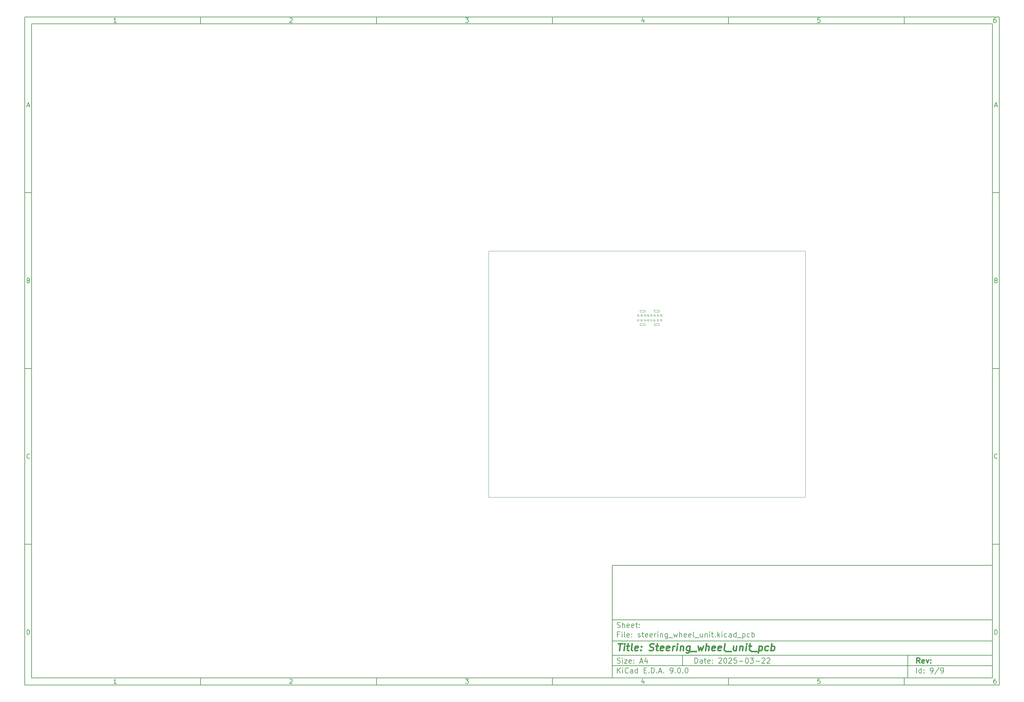
<source format=gbr>
%TF.GenerationSoftware,KiCad,Pcbnew,9.0.0*%
%TF.CreationDate,2025-04-02T22:26:08+02:00*%
%TF.ProjectId,steering_wheel_unit,73746565-7269-46e6-975f-776865656c5f,rev?*%
%TF.SameCoordinates,Original*%
%TF.FileFunction,Profile,NP*%
%FSLAX46Y46*%
G04 Gerber Fmt 4.6, Leading zero omitted, Abs format (unit mm)*
G04 Created by KiCad (PCBNEW 9.0.0) date 2025-04-02 22:26:08*
%MOMM*%
%LPD*%
G01*
G04 APERTURE LIST*
%ADD10C,0.100000*%
%ADD11C,0.150000*%
%ADD12C,0.300000*%
%ADD13C,0.400000*%
%TA.AperFunction,Profile*%
%ADD14C,0.050000*%
%TD*%
%TA.AperFunction,Profile*%
%ADD15C,0.010000*%
%TD*%
G04 APERTURE END LIST*
D10*
D11*
X177002200Y-166007200D02*
X285002200Y-166007200D01*
X285002200Y-198007200D01*
X177002200Y-198007200D01*
X177002200Y-166007200D01*
D10*
D11*
X10000000Y-10000000D02*
X287002200Y-10000000D01*
X287002200Y-200007200D01*
X10000000Y-200007200D01*
X10000000Y-10000000D01*
D10*
D11*
X12000000Y-12000000D02*
X285002200Y-12000000D01*
X285002200Y-198007200D01*
X12000000Y-198007200D01*
X12000000Y-12000000D01*
D10*
D11*
X60000000Y-12000000D02*
X60000000Y-10000000D01*
D10*
D11*
X110000000Y-12000000D02*
X110000000Y-10000000D01*
D10*
D11*
X160000000Y-12000000D02*
X160000000Y-10000000D01*
D10*
D11*
X210000000Y-12000000D02*
X210000000Y-10000000D01*
D10*
D11*
X260000000Y-12000000D02*
X260000000Y-10000000D01*
D10*
D11*
X36089160Y-11593604D02*
X35346303Y-11593604D01*
X35717731Y-11593604D02*
X35717731Y-10293604D01*
X35717731Y-10293604D02*
X35593922Y-10479319D01*
X35593922Y-10479319D02*
X35470112Y-10603128D01*
X35470112Y-10603128D02*
X35346303Y-10665033D01*
D10*
D11*
X85346303Y-10417414D02*
X85408207Y-10355509D01*
X85408207Y-10355509D02*
X85532017Y-10293604D01*
X85532017Y-10293604D02*
X85841541Y-10293604D01*
X85841541Y-10293604D02*
X85965350Y-10355509D01*
X85965350Y-10355509D02*
X86027255Y-10417414D01*
X86027255Y-10417414D02*
X86089160Y-10541223D01*
X86089160Y-10541223D02*
X86089160Y-10665033D01*
X86089160Y-10665033D02*
X86027255Y-10850747D01*
X86027255Y-10850747D02*
X85284398Y-11593604D01*
X85284398Y-11593604D02*
X86089160Y-11593604D01*
D10*
D11*
X135284398Y-10293604D02*
X136089160Y-10293604D01*
X136089160Y-10293604D02*
X135655826Y-10788842D01*
X135655826Y-10788842D02*
X135841541Y-10788842D01*
X135841541Y-10788842D02*
X135965350Y-10850747D01*
X135965350Y-10850747D02*
X136027255Y-10912652D01*
X136027255Y-10912652D02*
X136089160Y-11036461D01*
X136089160Y-11036461D02*
X136089160Y-11345985D01*
X136089160Y-11345985D02*
X136027255Y-11469795D01*
X136027255Y-11469795D02*
X135965350Y-11531700D01*
X135965350Y-11531700D02*
X135841541Y-11593604D01*
X135841541Y-11593604D02*
X135470112Y-11593604D01*
X135470112Y-11593604D02*
X135346303Y-11531700D01*
X135346303Y-11531700D02*
X135284398Y-11469795D01*
D10*
D11*
X185965350Y-10726938D02*
X185965350Y-11593604D01*
X185655826Y-10231700D02*
X185346303Y-11160271D01*
X185346303Y-11160271D02*
X186151064Y-11160271D01*
D10*
D11*
X236027255Y-10293604D02*
X235408207Y-10293604D01*
X235408207Y-10293604D02*
X235346303Y-10912652D01*
X235346303Y-10912652D02*
X235408207Y-10850747D01*
X235408207Y-10850747D02*
X235532017Y-10788842D01*
X235532017Y-10788842D02*
X235841541Y-10788842D01*
X235841541Y-10788842D02*
X235965350Y-10850747D01*
X235965350Y-10850747D02*
X236027255Y-10912652D01*
X236027255Y-10912652D02*
X236089160Y-11036461D01*
X236089160Y-11036461D02*
X236089160Y-11345985D01*
X236089160Y-11345985D02*
X236027255Y-11469795D01*
X236027255Y-11469795D02*
X235965350Y-11531700D01*
X235965350Y-11531700D02*
X235841541Y-11593604D01*
X235841541Y-11593604D02*
X235532017Y-11593604D01*
X235532017Y-11593604D02*
X235408207Y-11531700D01*
X235408207Y-11531700D02*
X235346303Y-11469795D01*
D10*
D11*
X285965350Y-10293604D02*
X285717731Y-10293604D01*
X285717731Y-10293604D02*
X285593922Y-10355509D01*
X285593922Y-10355509D02*
X285532017Y-10417414D01*
X285532017Y-10417414D02*
X285408207Y-10603128D01*
X285408207Y-10603128D02*
X285346303Y-10850747D01*
X285346303Y-10850747D02*
X285346303Y-11345985D01*
X285346303Y-11345985D02*
X285408207Y-11469795D01*
X285408207Y-11469795D02*
X285470112Y-11531700D01*
X285470112Y-11531700D02*
X285593922Y-11593604D01*
X285593922Y-11593604D02*
X285841541Y-11593604D01*
X285841541Y-11593604D02*
X285965350Y-11531700D01*
X285965350Y-11531700D02*
X286027255Y-11469795D01*
X286027255Y-11469795D02*
X286089160Y-11345985D01*
X286089160Y-11345985D02*
X286089160Y-11036461D01*
X286089160Y-11036461D02*
X286027255Y-10912652D01*
X286027255Y-10912652D02*
X285965350Y-10850747D01*
X285965350Y-10850747D02*
X285841541Y-10788842D01*
X285841541Y-10788842D02*
X285593922Y-10788842D01*
X285593922Y-10788842D02*
X285470112Y-10850747D01*
X285470112Y-10850747D02*
X285408207Y-10912652D01*
X285408207Y-10912652D02*
X285346303Y-11036461D01*
D10*
D11*
X60000000Y-198007200D02*
X60000000Y-200007200D01*
D10*
D11*
X110000000Y-198007200D02*
X110000000Y-200007200D01*
D10*
D11*
X160000000Y-198007200D02*
X160000000Y-200007200D01*
D10*
D11*
X210000000Y-198007200D02*
X210000000Y-200007200D01*
D10*
D11*
X260000000Y-198007200D02*
X260000000Y-200007200D01*
D10*
D11*
X36089160Y-199600804D02*
X35346303Y-199600804D01*
X35717731Y-199600804D02*
X35717731Y-198300804D01*
X35717731Y-198300804D02*
X35593922Y-198486519D01*
X35593922Y-198486519D02*
X35470112Y-198610328D01*
X35470112Y-198610328D02*
X35346303Y-198672233D01*
D10*
D11*
X85346303Y-198424614D02*
X85408207Y-198362709D01*
X85408207Y-198362709D02*
X85532017Y-198300804D01*
X85532017Y-198300804D02*
X85841541Y-198300804D01*
X85841541Y-198300804D02*
X85965350Y-198362709D01*
X85965350Y-198362709D02*
X86027255Y-198424614D01*
X86027255Y-198424614D02*
X86089160Y-198548423D01*
X86089160Y-198548423D02*
X86089160Y-198672233D01*
X86089160Y-198672233D02*
X86027255Y-198857947D01*
X86027255Y-198857947D02*
X85284398Y-199600804D01*
X85284398Y-199600804D02*
X86089160Y-199600804D01*
D10*
D11*
X135284398Y-198300804D02*
X136089160Y-198300804D01*
X136089160Y-198300804D02*
X135655826Y-198796042D01*
X135655826Y-198796042D02*
X135841541Y-198796042D01*
X135841541Y-198796042D02*
X135965350Y-198857947D01*
X135965350Y-198857947D02*
X136027255Y-198919852D01*
X136027255Y-198919852D02*
X136089160Y-199043661D01*
X136089160Y-199043661D02*
X136089160Y-199353185D01*
X136089160Y-199353185D02*
X136027255Y-199476995D01*
X136027255Y-199476995D02*
X135965350Y-199538900D01*
X135965350Y-199538900D02*
X135841541Y-199600804D01*
X135841541Y-199600804D02*
X135470112Y-199600804D01*
X135470112Y-199600804D02*
X135346303Y-199538900D01*
X135346303Y-199538900D02*
X135284398Y-199476995D01*
D10*
D11*
X185965350Y-198734138D02*
X185965350Y-199600804D01*
X185655826Y-198238900D02*
X185346303Y-199167471D01*
X185346303Y-199167471D02*
X186151064Y-199167471D01*
D10*
D11*
X236027255Y-198300804D02*
X235408207Y-198300804D01*
X235408207Y-198300804D02*
X235346303Y-198919852D01*
X235346303Y-198919852D02*
X235408207Y-198857947D01*
X235408207Y-198857947D02*
X235532017Y-198796042D01*
X235532017Y-198796042D02*
X235841541Y-198796042D01*
X235841541Y-198796042D02*
X235965350Y-198857947D01*
X235965350Y-198857947D02*
X236027255Y-198919852D01*
X236027255Y-198919852D02*
X236089160Y-199043661D01*
X236089160Y-199043661D02*
X236089160Y-199353185D01*
X236089160Y-199353185D02*
X236027255Y-199476995D01*
X236027255Y-199476995D02*
X235965350Y-199538900D01*
X235965350Y-199538900D02*
X235841541Y-199600804D01*
X235841541Y-199600804D02*
X235532017Y-199600804D01*
X235532017Y-199600804D02*
X235408207Y-199538900D01*
X235408207Y-199538900D02*
X235346303Y-199476995D01*
D10*
D11*
X285965350Y-198300804D02*
X285717731Y-198300804D01*
X285717731Y-198300804D02*
X285593922Y-198362709D01*
X285593922Y-198362709D02*
X285532017Y-198424614D01*
X285532017Y-198424614D02*
X285408207Y-198610328D01*
X285408207Y-198610328D02*
X285346303Y-198857947D01*
X285346303Y-198857947D02*
X285346303Y-199353185D01*
X285346303Y-199353185D02*
X285408207Y-199476995D01*
X285408207Y-199476995D02*
X285470112Y-199538900D01*
X285470112Y-199538900D02*
X285593922Y-199600804D01*
X285593922Y-199600804D02*
X285841541Y-199600804D01*
X285841541Y-199600804D02*
X285965350Y-199538900D01*
X285965350Y-199538900D02*
X286027255Y-199476995D01*
X286027255Y-199476995D02*
X286089160Y-199353185D01*
X286089160Y-199353185D02*
X286089160Y-199043661D01*
X286089160Y-199043661D02*
X286027255Y-198919852D01*
X286027255Y-198919852D02*
X285965350Y-198857947D01*
X285965350Y-198857947D02*
X285841541Y-198796042D01*
X285841541Y-198796042D02*
X285593922Y-198796042D01*
X285593922Y-198796042D02*
X285470112Y-198857947D01*
X285470112Y-198857947D02*
X285408207Y-198919852D01*
X285408207Y-198919852D02*
X285346303Y-199043661D01*
D10*
D11*
X10000000Y-60000000D02*
X12000000Y-60000000D01*
D10*
D11*
X10000000Y-110000000D02*
X12000000Y-110000000D01*
D10*
D11*
X10000000Y-160000000D02*
X12000000Y-160000000D01*
D10*
D11*
X10690476Y-35222176D02*
X11309523Y-35222176D01*
X10566666Y-35593604D02*
X10999999Y-34293604D01*
X10999999Y-34293604D02*
X11433333Y-35593604D01*
D10*
D11*
X11092857Y-84912652D02*
X11278571Y-84974557D01*
X11278571Y-84974557D02*
X11340476Y-85036461D01*
X11340476Y-85036461D02*
X11402380Y-85160271D01*
X11402380Y-85160271D02*
X11402380Y-85345985D01*
X11402380Y-85345985D02*
X11340476Y-85469795D01*
X11340476Y-85469795D02*
X11278571Y-85531700D01*
X11278571Y-85531700D02*
X11154761Y-85593604D01*
X11154761Y-85593604D02*
X10659523Y-85593604D01*
X10659523Y-85593604D02*
X10659523Y-84293604D01*
X10659523Y-84293604D02*
X11092857Y-84293604D01*
X11092857Y-84293604D02*
X11216666Y-84355509D01*
X11216666Y-84355509D02*
X11278571Y-84417414D01*
X11278571Y-84417414D02*
X11340476Y-84541223D01*
X11340476Y-84541223D02*
X11340476Y-84665033D01*
X11340476Y-84665033D02*
X11278571Y-84788842D01*
X11278571Y-84788842D02*
X11216666Y-84850747D01*
X11216666Y-84850747D02*
X11092857Y-84912652D01*
X11092857Y-84912652D02*
X10659523Y-84912652D01*
D10*
D11*
X11402380Y-135469795D02*
X11340476Y-135531700D01*
X11340476Y-135531700D02*
X11154761Y-135593604D01*
X11154761Y-135593604D02*
X11030952Y-135593604D01*
X11030952Y-135593604D02*
X10845238Y-135531700D01*
X10845238Y-135531700D02*
X10721428Y-135407890D01*
X10721428Y-135407890D02*
X10659523Y-135284080D01*
X10659523Y-135284080D02*
X10597619Y-135036461D01*
X10597619Y-135036461D02*
X10597619Y-134850747D01*
X10597619Y-134850747D02*
X10659523Y-134603128D01*
X10659523Y-134603128D02*
X10721428Y-134479319D01*
X10721428Y-134479319D02*
X10845238Y-134355509D01*
X10845238Y-134355509D02*
X11030952Y-134293604D01*
X11030952Y-134293604D02*
X11154761Y-134293604D01*
X11154761Y-134293604D02*
X11340476Y-134355509D01*
X11340476Y-134355509D02*
X11402380Y-134417414D01*
D10*
D11*
X10659523Y-185593604D02*
X10659523Y-184293604D01*
X10659523Y-184293604D02*
X10969047Y-184293604D01*
X10969047Y-184293604D02*
X11154761Y-184355509D01*
X11154761Y-184355509D02*
X11278571Y-184479319D01*
X11278571Y-184479319D02*
X11340476Y-184603128D01*
X11340476Y-184603128D02*
X11402380Y-184850747D01*
X11402380Y-184850747D02*
X11402380Y-185036461D01*
X11402380Y-185036461D02*
X11340476Y-185284080D01*
X11340476Y-185284080D02*
X11278571Y-185407890D01*
X11278571Y-185407890D02*
X11154761Y-185531700D01*
X11154761Y-185531700D02*
X10969047Y-185593604D01*
X10969047Y-185593604D02*
X10659523Y-185593604D01*
D10*
D11*
X287002200Y-60000000D02*
X285002200Y-60000000D01*
D10*
D11*
X287002200Y-110000000D02*
X285002200Y-110000000D01*
D10*
D11*
X287002200Y-160000000D02*
X285002200Y-160000000D01*
D10*
D11*
X285692676Y-35222176D02*
X286311723Y-35222176D01*
X285568866Y-35593604D02*
X286002199Y-34293604D01*
X286002199Y-34293604D02*
X286435533Y-35593604D01*
D10*
D11*
X286095057Y-84912652D02*
X286280771Y-84974557D01*
X286280771Y-84974557D02*
X286342676Y-85036461D01*
X286342676Y-85036461D02*
X286404580Y-85160271D01*
X286404580Y-85160271D02*
X286404580Y-85345985D01*
X286404580Y-85345985D02*
X286342676Y-85469795D01*
X286342676Y-85469795D02*
X286280771Y-85531700D01*
X286280771Y-85531700D02*
X286156961Y-85593604D01*
X286156961Y-85593604D02*
X285661723Y-85593604D01*
X285661723Y-85593604D02*
X285661723Y-84293604D01*
X285661723Y-84293604D02*
X286095057Y-84293604D01*
X286095057Y-84293604D02*
X286218866Y-84355509D01*
X286218866Y-84355509D02*
X286280771Y-84417414D01*
X286280771Y-84417414D02*
X286342676Y-84541223D01*
X286342676Y-84541223D02*
X286342676Y-84665033D01*
X286342676Y-84665033D02*
X286280771Y-84788842D01*
X286280771Y-84788842D02*
X286218866Y-84850747D01*
X286218866Y-84850747D02*
X286095057Y-84912652D01*
X286095057Y-84912652D02*
X285661723Y-84912652D01*
D10*
D11*
X286404580Y-135469795D02*
X286342676Y-135531700D01*
X286342676Y-135531700D02*
X286156961Y-135593604D01*
X286156961Y-135593604D02*
X286033152Y-135593604D01*
X286033152Y-135593604D02*
X285847438Y-135531700D01*
X285847438Y-135531700D02*
X285723628Y-135407890D01*
X285723628Y-135407890D02*
X285661723Y-135284080D01*
X285661723Y-135284080D02*
X285599819Y-135036461D01*
X285599819Y-135036461D02*
X285599819Y-134850747D01*
X285599819Y-134850747D02*
X285661723Y-134603128D01*
X285661723Y-134603128D02*
X285723628Y-134479319D01*
X285723628Y-134479319D02*
X285847438Y-134355509D01*
X285847438Y-134355509D02*
X286033152Y-134293604D01*
X286033152Y-134293604D02*
X286156961Y-134293604D01*
X286156961Y-134293604D02*
X286342676Y-134355509D01*
X286342676Y-134355509D02*
X286404580Y-134417414D01*
D10*
D11*
X285661723Y-185593604D02*
X285661723Y-184293604D01*
X285661723Y-184293604D02*
X285971247Y-184293604D01*
X285971247Y-184293604D02*
X286156961Y-184355509D01*
X286156961Y-184355509D02*
X286280771Y-184479319D01*
X286280771Y-184479319D02*
X286342676Y-184603128D01*
X286342676Y-184603128D02*
X286404580Y-184850747D01*
X286404580Y-184850747D02*
X286404580Y-185036461D01*
X286404580Y-185036461D02*
X286342676Y-185284080D01*
X286342676Y-185284080D02*
X286280771Y-185407890D01*
X286280771Y-185407890D02*
X286156961Y-185531700D01*
X286156961Y-185531700D02*
X285971247Y-185593604D01*
X285971247Y-185593604D02*
X285661723Y-185593604D01*
D10*
D11*
X200458026Y-193793328D02*
X200458026Y-192293328D01*
X200458026Y-192293328D02*
X200815169Y-192293328D01*
X200815169Y-192293328D02*
X201029455Y-192364757D01*
X201029455Y-192364757D02*
X201172312Y-192507614D01*
X201172312Y-192507614D02*
X201243741Y-192650471D01*
X201243741Y-192650471D02*
X201315169Y-192936185D01*
X201315169Y-192936185D02*
X201315169Y-193150471D01*
X201315169Y-193150471D02*
X201243741Y-193436185D01*
X201243741Y-193436185D02*
X201172312Y-193579042D01*
X201172312Y-193579042D02*
X201029455Y-193721900D01*
X201029455Y-193721900D02*
X200815169Y-193793328D01*
X200815169Y-193793328D02*
X200458026Y-193793328D01*
X202600884Y-193793328D02*
X202600884Y-193007614D01*
X202600884Y-193007614D02*
X202529455Y-192864757D01*
X202529455Y-192864757D02*
X202386598Y-192793328D01*
X202386598Y-192793328D02*
X202100884Y-192793328D01*
X202100884Y-192793328D02*
X201958026Y-192864757D01*
X202600884Y-193721900D02*
X202458026Y-193793328D01*
X202458026Y-193793328D02*
X202100884Y-193793328D01*
X202100884Y-193793328D02*
X201958026Y-193721900D01*
X201958026Y-193721900D02*
X201886598Y-193579042D01*
X201886598Y-193579042D02*
X201886598Y-193436185D01*
X201886598Y-193436185D02*
X201958026Y-193293328D01*
X201958026Y-193293328D02*
X202100884Y-193221900D01*
X202100884Y-193221900D02*
X202458026Y-193221900D01*
X202458026Y-193221900D02*
X202600884Y-193150471D01*
X203100884Y-192793328D02*
X203672312Y-192793328D01*
X203315169Y-192293328D02*
X203315169Y-193579042D01*
X203315169Y-193579042D02*
X203386598Y-193721900D01*
X203386598Y-193721900D02*
X203529455Y-193793328D01*
X203529455Y-193793328D02*
X203672312Y-193793328D01*
X204743741Y-193721900D02*
X204600884Y-193793328D01*
X204600884Y-193793328D02*
X204315170Y-193793328D01*
X204315170Y-193793328D02*
X204172312Y-193721900D01*
X204172312Y-193721900D02*
X204100884Y-193579042D01*
X204100884Y-193579042D02*
X204100884Y-193007614D01*
X204100884Y-193007614D02*
X204172312Y-192864757D01*
X204172312Y-192864757D02*
X204315170Y-192793328D01*
X204315170Y-192793328D02*
X204600884Y-192793328D01*
X204600884Y-192793328D02*
X204743741Y-192864757D01*
X204743741Y-192864757D02*
X204815170Y-193007614D01*
X204815170Y-193007614D02*
X204815170Y-193150471D01*
X204815170Y-193150471D02*
X204100884Y-193293328D01*
X205458026Y-193650471D02*
X205529455Y-193721900D01*
X205529455Y-193721900D02*
X205458026Y-193793328D01*
X205458026Y-193793328D02*
X205386598Y-193721900D01*
X205386598Y-193721900D02*
X205458026Y-193650471D01*
X205458026Y-193650471D02*
X205458026Y-193793328D01*
X205458026Y-192864757D02*
X205529455Y-192936185D01*
X205529455Y-192936185D02*
X205458026Y-193007614D01*
X205458026Y-193007614D02*
X205386598Y-192936185D01*
X205386598Y-192936185D02*
X205458026Y-192864757D01*
X205458026Y-192864757D02*
X205458026Y-193007614D01*
X207243741Y-192436185D02*
X207315169Y-192364757D01*
X207315169Y-192364757D02*
X207458027Y-192293328D01*
X207458027Y-192293328D02*
X207815169Y-192293328D01*
X207815169Y-192293328D02*
X207958027Y-192364757D01*
X207958027Y-192364757D02*
X208029455Y-192436185D01*
X208029455Y-192436185D02*
X208100884Y-192579042D01*
X208100884Y-192579042D02*
X208100884Y-192721900D01*
X208100884Y-192721900D02*
X208029455Y-192936185D01*
X208029455Y-192936185D02*
X207172312Y-193793328D01*
X207172312Y-193793328D02*
X208100884Y-193793328D01*
X209029455Y-192293328D02*
X209172312Y-192293328D01*
X209172312Y-192293328D02*
X209315169Y-192364757D01*
X209315169Y-192364757D02*
X209386598Y-192436185D01*
X209386598Y-192436185D02*
X209458026Y-192579042D01*
X209458026Y-192579042D02*
X209529455Y-192864757D01*
X209529455Y-192864757D02*
X209529455Y-193221900D01*
X209529455Y-193221900D02*
X209458026Y-193507614D01*
X209458026Y-193507614D02*
X209386598Y-193650471D01*
X209386598Y-193650471D02*
X209315169Y-193721900D01*
X209315169Y-193721900D02*
X209172312Y-193793328D01*
X209172312Y-193793328D02*
X209029455Y-193793328D01*
X209029455Y-193793328D02*
X208886598Y-193721900D01*
X208886598Y-193721900D02*
X208815169Y-193650471D01*
X208815169Y-193650471D02*
X208743740Y-193507614D01*
X208743740Y-193507614D02*
X208672312Y-193221900D01*
X208672312Y-193221900D02*
X208672312Y-192864757D01*
X208672312Y-192864757D02*
X208743740Y-192579042D01*
X208743740Y-192579042D02*
X208815169Y-192436185D01*
X208815169Y-192436185D02*
X208886598Y-192364757D01*
X208886598Y-192364757D02*
X209029455Y-192293328D01*
X210100883Y-192436185D02*
X210172311Y-192364757D01*
X210172311Y-192364757D02*
X210315169Y-192293328D01*
X210315169Y-192293328D02*
X210672311Y-192293328D01*
X210672311Y-192293328D02*
X210815169Y-192364757D01*
X210815169Y-192364757D02*
X210886597Y-192436185D01*
X210886597Y-192436185D02*
X210958026Y-192579042D01*
X210958026Y-192579042D02*
X210958026Y-192721900D01*
X210958026Y-192721900D02*
X210886597Y-192936185D01*
X210886597Y-192936185D02*
X210029454Y-193793328D01*
X210029454Y-193793328D02*
X210958026Y-193793328D01*
X212315168Y-192293328D02*
X211600882Y-192293328D01*
X211600882Y-192293328D02*
X211529454Y-193007614D01*
X211529454Y-193007614D02*
X211600882Y-192936185D01*
X211600882Y-192936185D02*
X211743740Y-192864757D01*
X211743740Y-192864757D02*
X212100882Y-192864757D01*
X212100882Y-192864757D02*
X212243740Y-192936185D01*
X212243740Y-192936185D02*
X212315168Y-193007614D01*
X212315168Y-193007614D02*
X212386597Y-193150471D01*
X212386597Y-193150471D02*
X212386597Y-193507614D01*
X212386597Y-193507614D02*
X212315168Y-193650471D01*
X212315168Y-193650471D02*
X212243740Y-193721900D01*
X212243740Y-193721900D02*
X212100882Y-193793328D01*
X212100882Y-193793328D02*
X211743740Y-193793328D01*
X211743740Y-193793328D02*
X211600882Y-193721900D01*
X211600882Y-193721900D02*
X211529454Y-193650471D01*
X213029453Y-193221900D02*
X214172311Y-193221900D01*
X215172311Y-192293328D02*
X215315168Y-192293328D01*
X215315168Y-192293328D02*
X215458025Y-192364757D01*
X215458025Y-192364757D02*
X215529454Y-192436185D01*
X215529454Y-192436185D02*
X215600882Y-192579042D01*
X215600882Y-192579042D02*
X215672311Y-192864757D01*
X215672311Y-192864757D02*
X215672311Y-193221900D01*
X215672311Y-193221900D02*
X215600882Y-193507614D01*
X215600882Y-193507614D02*
X215529454Y-193650471D01*
X215529454Y-193650471D02*
X215458025Y-193721900D01*
X215458025Y-193721900D02*
X215315168Y-193793328D01*
X215315168Y-193793328D02*
X215172311Y-193793328D01*
X215172311Y-193793328D02*
X215029454Y-193721900D01*
X215029454Y-193721900D02*
X214958025Y-193650471D01*
X214958025Y-193650471D02*
X214886596Y-193507614D01*
X214886596Y-193507614D02*
X214815168Y-193221900D01*
X214815168Y-193221900D02*
X214815168Y-192864757D01*
X214815168Y-192864757D02*
X214886596Y-192579042D01*
X214886596Y-192579042D02*
X214958025Y-192436185D01*
X214958025Y-192436185D02*
X215029454Y-192364757D01*
X215029454Y-192364757D02*
X215172311Y-192293328D01*
X216172310Y-192293328D02*
X217100882Y-192293328D01*
X217100882Y-192293328D02*
X216600882Y-192864757D01*
X216600882Y-192864757D02*
X216815167Y-192864757D01*
X216815167Y-192864757D02*
X216958025Y-192936185D01*
X216958025Y-192936185D02*
X217029453Y-193007614D01*
X217029453Y-193007614D02*
X217100882Y-193150471D01*
X217100882Y-193150471D02*
X217100882Y-193507614D01*
X217100882Y-193507614D02*
X217029453Y-193650471D01*
X217029453Y-193650471D02*
X216958025Y-193721900D01*
X216958025Y-193721900D02*
X216815167Y-193793328D01*
X216815167Y-193793328D02*
X216386596Y-193793328D01*
X216386596Y-193793328D02*
X216243739Y-193721900D01*
X216243739Y-193721900D02*
X216172310Y-193650471D01*
X217743738Y-193221900D02*
X218886596Y-193221900D01*
X219529453Y-192436185D02*
X219600881Y-192364757D01*
X219600881Y-192364757D02*
X219743739Y-192293328D01*
X219743739Y-192293328D02*
X220100881Y-192293328D01*
X220100881Y-192293328D02*
X220243739Y-192364757D01*
X220243739Y-192364757D02*
X220315167Y-192436185D01*
X220315167Y-192436185D02*
X220386596Y-192579042D01*
X220386596Y-192579042D02*
X220386596Y-192721900D01*
X220386596Y-192721900D02*
X220315167Y-192936185D01*
X220315167Y-192936185D02*
X219458024Y-193793328D01*
X219458024Y-193793328D02*
X220386596Y-193793328D01*
X220958024Y-192436185D02*
X221029452Y-192364757D01*
X221029452Y-192364757D02*
X221172310Y-192293328D01*
X221172310Y-192293328D02*
X221529452Y-192293328D01*
X221529452Y-192293328D02*
X221672310Y-192364757D01*
X221672310Y-192364757D02*
X221743738Y-192436185D01*
X221743738Y-192436185D02*
X221815167Y-192579042D01*
X221815167Y-192579042D02*
X221815167Y-192721900D01*
X221815167Y-192721900D02*
X221743738Y-192936185D01*
X221743738Y-192936185D02*
X220886595Y-193793328D01*
X220886595Y-193793328D02*
X221815167Y-193793328D01*
D10*
D11*
X177002200Y-194507200D02*
X285002200Y-194507200D01*
D10*
D11*
X178458026Y-196593328D02*
X178458026Y-195093328D01*
X179315169Y-196593328D02*
X178672312Y-195736185D01*
X179315169Y-195093328D02*
X178458026Y-195950471D01*
X179958026Y-196593328D02*
X179958026Y-195593328D01*
X179958026Y-195093328D02*
X179886598Y-195164757D01*
X179886598Y-195164757D02*
X179958026Y-195236185D01*
X179958026Y-195236185D02*
X180029455Y-195164757D01*
X180029455Y-195164757D02*
X179958026Y-195093328D01*
X179958026Y-195093328D02*
X179958026Y-195236185D01*
X181529455Y-196450471D02*
X181458027Y-196521900D01*
X181458027Y-196521900D02*
X181243741Y-196593328D01*
X181243741Y-196593328D02*
X181100884Y-196593328D01*
X181100884Y-196593328D02*
X180886598Y-196521900D01*
X180886598Y-196521900D02*
X180743741Y-196379042D01*
X180743741Y-196379042D02*
X180672312Y-196236185D01*
X180672312Y-196236185D02*
X180600884Y-195950471D01*
X180600884Y-195950471D02*
X180600884Y-195736185D01*
X180600884Y-195736185D02*
X180672312Y-195450471D01*
X180672312Y-195450471D02*
X180743741Y-195307614D01*
X180743741Y-195307614D02*
X180886598Y-195164757D01*
X180886598Y-195164757D02*
X181100884Y-195093328D01*
X181100884Y-195093328D02*
X181243741Y-195093328D01*
X181243741Y-195093328D02*
X181458027Y-195164757D01*
X181458027Y-195164757D02*
X181529455Y-195236185D01*
X182815170Y-196593328D02*
X182815170Y-195807614D01*
X182815170Y-195807614D02*
X182743741Y-195664757D01*
X182743741Y-195664757D02*
X182600884Y-195593328D01*
X182600884Y-195593328D02*
X182315170Y-195593328D01*
X182315170Y-195593328D02*
X182172312Y-195664757D01*
X182815170Y-196521900D02*
X182672312Y-196593328D01*
X182672312Y-196593328D02*
X182315170Y-196593328D01*
X182315170Y-196593328D02*
X182172312Y-196521900D01*
X182172312Y-196521900D02*
X182100884Y-196379042D01*
X182100884Y-196379042D02*
X182100884Y-196236185D01*
X182100884Y-196236185D02*
X182172312Y-196093328D01*
X182172312Y-196093328D02*
X182315170Y-196021900D01*
X182315170Y-196021900D02*
X182672312Y-196021900D01*
X182672312Y-196021900D02*
X182815170Y-195950471D01*
X184172313Y-196593328D02*
X184172313Y-195093328D01*
X184172313Y-196521900D02*
X184029455Y-196593328D01*
X184029455Y-196593328D02*
X183743741Y-196593328D01*
X183743741Y-196593328D02*
X183600884Y-196521900D01*
X183600884Y-196521900D02*
X183529455Y-196450471D01*
X183529455Y-196450471D02*
X183458027Y-196307614D01*
X183458027Y-196307614D02*
X183458027Y-195879042D01*
X183458027Y-195879042D02*
X183529455Y-195736185D01*
X183529455Y-195736185D02*
X183600884Y-195664757D01*
X183600884Y-195664757D02*
X183743741Y-195593328D01*
X183743741Y-195593328D02*
X184029455Y-195593328D01*
X184029455Y-195593328D02*
X184172313Y-195664757D01*
X186029455Y-195807614D02*
X186529455Y-195807614D01*
X186743741Y-196593328D02*
X186029455Y-196593328D01*
X186029455Y-196593328D02*
X186029455Y-195093328D01*
X186029455Y-195093328D02*
X186743741Y-195093328D01*
X187386598Y-196450471D02*
X187458027Y-196521900D01*
X187458027Y-196521900D02*
X187386598Y-196593328D01*
X187386598Y-196593328D02*
X187315170Y-196521900D01*
X187315170Y-196521900D02*
X187386598Y-196450471D01*
X187386598Y-196450471D02*
X187386598Y-196593328D01*
X188100884Y-196593328D02*
X188100884Y-195093328D01*
X188100884Y-195093328D02*
X188458027Y-195093328D01*
X188458027Y-195093328D02*
X188672313Y-195164757D01*
X188672313Y-195164757D02*
X188815170Y-195307614D01*
X188815170Y-195307614D02*
X188886599Y-195450471D01*
X188886599Y-195450471D02*
X188958027Y-195736185D01*
X188958027Y-195736185D02*
X188958027Y-195950471D01*
X188958027Y-195950471D02*
X188886599Y-196236185D01*
X188886599Y-196236185D02*
X188815170Y-196379042D01*
X188815170Y-196379042D02*
X188672313Y-196521900D01*
X188672313Y-196521900D02*
X188458027Y-196593328D01*
X188458027Y-196593328D02*
X188100884Y-196593328D01*
X189600884Y-196450471D02*
X189672313Y-196521900D01*
X189672313Y-196521900D02*
X189600884Y-196593328D01*
X189600884Y-196593328D02*
X189529456Y-196521900D01*
X189529456Y-196521900D02*
X189600884Y-196450471D01*
X189600884Y-196450471D02*
X189600884Y-196593328D01*
X190243742Y-196164757D02*
X190958028Y-196164757D01*
X190100885Y-196593328D02*
X190600885Y-195093328D01*
X190600885Y-195093328D02*
X191100885Y-196593328D01*
X191600884Y-196450471D02*
X191672313Y-196521900D01*
X191672313Y-196521900D02*
X191600884Y-196593328D01*
X191600884Y-196593328D02*
X191529456Y-196521900D01*
X191529456Y-196521900D02*
X191600884Y-196450471D01*
X191600884Y-196450471D02*
X191600884Y-196593328D01*
X193529456Y-196593328D02*
X193815170Y-196593328D01*
X193815170Y-196593328D02*
X193958027Y-196521900D01*
X193958027Y-196521900D02*
X194029456Y-196450471D01*
X194029456Y-196450471D02*
X194172313Y-196236185D01*
X194172313Y-196236185D02*
X194243742Y-195950471D01*
X194243742Y-195950471D02*
X194243742Y-195379042D01*
X194243742Y-195379042D02*
X194172313Y-195236185D01*
X194172313Y-195236185D02*
X194100885Y-195164757D01*
X194100885Y-195164757D02*
X193958027Y-195093328D01*
X193958027Y-195093328D02*
X193672313Y-195093328D01*
X193672313Y-195093328D02*
X193529456Y-195164757D01*
X193529456Y-195164757D02*
X193458027Y-195236185D01*
X193458027Y-195236185D02*
X193386599Y-195379042D01*
X193386599Y-195379042D02*
X193386599Y-195736185D01*
X193386599Y-195736185D02*
X193458027Y-195879042D01*
X193458027Y-195879042D02*
X193529456Y-195950471D01*
X193529456Y-195950471D02*
X193672313Y-196021900D01*
X193672313Y-196021900D02*
X193958027Y-196021900D01*
X193958027Y-196021900D02*
X194100885Y-195950471D01*
X194100885Y-195950471D02*
X194172313Y-195879042D01*
X194172313Y-195879042D02*
X194243742Y-195736185D01*
X194886598Y-196450471D02*
X194958027Y-196521900D01*
X194958027Y-196521900D02*
X194886598Y-196593328D01*
X194886598Y-196593328D02*
X194815170Y-196521900D01*
X194815170Y-196521900D02*
X194886598Y-196450471D01*
X194886598Y-196450471D02*
X194886598Y-196593328D01*
X195886599Y-195093328D02*
X196029456Y-195093328D01*
X196029456Y-195093328D02*
X196172313Y-195164757D01*
X196172313Y-195164757D02*
X196243742Y-195236185D01*
X196243742Y-195236185D02*
X196315170Y-195379042D01*
X196315170Y-195379042D02*
X196386599Y-195664757D01*
X196386599Y-195664757D02*
X196386599Y-196021900D01*
X196386599Y-196021900D02*
X196315170Y-196307614D01*
X196315170Y-196307614D02*
X196243742Y-196450471D01*
X196243742Y-196450471D02*
X196172313Y-196521900D01*
X196172313Y-196521900D02*
X196029456Y-196593328D01*
X196029456Y-196593328D02*
X195886599Y-196593328D01*
X195886599Y-196593328D02*
X195743742Y-196521900D01*
X195743742Y-196521900D02*
X195672313Y-196450471D01*
X195672313Y-196450471D02*
X195600884Y-196307614D01*
X195600884Y-196307614D02*
X195529456Y-196021900D01*
X195529456Y-196021900D02*
X195529456Y-195664757D01*
X195529456Y-195664757D02*
X195600884Y-195379042D01*
X195600884Y-195379042D02*
X195672313Y-195236185D01*
X195672313Y-195236185D02*
X195743742Y-195164757D01*
X195743742Y-195164757D02*
X195886599Y-195093328D01*
X197029455Y-196450471D02*
X197100884Y-196521900D01*
X197100884Y-196521900D02*
X197029455Y-196593328D01*
X197029455Y-196593328D02*
X196958027Y-196521900D01*
X196958027Y-196521900D02*
X197029455Y-196450471D01*
X197029455Y-196450471D02*
X197029455Y-196593328D01*
X198029456Y-195093328D02*
X198172313Y-195093328D01*
X198172313Y-195093328D02*
X198315170Y-195164757D01*
X198315170Y-195164757D02*
X198386599Y-195236185D01*
X198386599Y-195236185D02*
X198458027Y-195379042D01*
X198458027Y-195379042D02*
X198529456Y-195664757D01*
X198529456Y-195664757D02*
X198529456Y-196021900D01*
X198529456Y-196021900D02*
X198458027Y-196307614D01*
X198458027Y-196307614D02*
X198386599Y-196450471D01*
X198386599Y-196450471D02*
X198315170Y-196521900D01*
X198315170Y-196521900D02*
X198172313Y-196593328D01*
X198172313Y-196593328D02*
X198029456Y-196593328D01*
X198029456Y-196593328D02*
X197886599Y-196521900D01*
X197886599Y-196521900D02*
X197815170Y-196450471D01*
X197815170Y-196450471D02*
X197743741Y-196307614D01*
X197743741Y-196307614D02*
X197672313Y-196021900D01*
X197672313Y-196021900D02*
X197672313Y-195664757D01*
X197672313Y-195664757D02*
X197743741Y-195379042D01*
X197743741Y-195379042D02*
X197815170Y-195236185D01*
X197815170Y-195236185D02*
X197886599Y-195164757D01*
X197886599Y-195164757D02*
X198029456Y-195093328D01*
D10*
D11*
X177002200Y-191507200D02*
X285002200Y-191507200D01*
D10*
D12*
X264413853Y-193785528D02*
X263913853Y-193071242D01*
X263556710Y-193785528D02*
X263556710Y-192285528D01*
X263556710Y-192285528D02*
X264128139Y-192285528D01*
X264128139Y-192285528D02*
X264270996Y-192356957D01*
X264270996Y-192356957D02*
X264342425Y-192428385D01*
X264342425Y-192428385D02*
X264413853Y-192571242D01*
X264413853Y-192571242D02*
X264413853Y-192785528D01*
X264413853Y-192785528D02*
X264342425Y-192928385D01*
X264342425Y-192928385D02*
X264270996Y-192999814D01*
X264270996Y-192999814D02*
X264128139Y-193071242D01*
X264128139Y-193071242D02*
X263556710Y-193071242D01*
X265628139Y-193714100D02*
X265485282Y-193785528D01*
X265485282Y-193785528D02*
X265199568Y-193785528D01*
X265199568Y-193785528D02*
X265056710Y-193714100D01*
X265056710Y-193714100D02*
X264985282Y-193571242D01*
X264985282Y-193571242D02*
X264985282Y-192999814D01*
X264985282Y-192999814D02*
X265056710Y-192856957D01*
X265056710Y-192856957D02*
X265199568Y-192785528D01*
X265199568Y-192785528D02*
X265485282Y-192785528D01*
X265485282Y-192785528D02*
X265628139Y-192856957D01*
X265628139Y-192856957D02*
X265699568Y-192999814D01*
X265699568Y-192999814D02*
X265699568Y-193142671D01*
X265699568Y-193142671D02*
X264985282Y-193285528D01*
X266199567Y-192785528D02*
X266556710Y-193785528D01*
X266556710Y-193785528D02*
X266913853Y-192785528D01*
X267485281Y-193642671D02*
X267556710Y-193714100D01*
X267556710Y-193714100D02*
X267485281Y-193785528D01*
X267485281Y-193785528D02*
X267413853Y-193714100D01*
X267413853Y-193714100D02*
X267485281Y-193642671D01*
X267485281Y-193642671D02*
X267485281Y-193785528D01*
X267485281Y-192856957D02*
X267556710Y-192928385D01*
X267556710Y-192928385D02*
X267485281Y-192999814D01*
X267485281Y-192999814D02*
X267413853Y-192928385D01*
X267413853Y-192928385D02*
X267485281Y-192856957D01*
X267485281Y-192856957D02*
X267485281Y-192999814D01*
D10*
D11*
X178386598Y-193721900D02*
X178600884Y-193793328D01*
X178600884Y-193793328D02*
X178958026Y-193793328D01*
X178958026Y-193793328D02*
X179100884Y-193721900D01*
X179100884Y-193721900D02*
X179172312Y-193650471D01*
X179172312Y-193650471D02*
X179243741Y-193507614D01*
X179243741Y-193507614D02*
X179243741Y-193364757D01*
X179243741Y-193364757D02*
X179172312Y-193221900D01*
X179172312Y-193221900D02*
X179100884Y-193150471D01*
X179100884Y-193150471D02*
X178958026Y-193079042D01*
X178958026Y-193079042D02*
X178672312Y-193007614D01*
X178672312Y-193007614D02*
X178529455Y-192936185D01*
X178529455Y-192936185D02*
X178458026Y-192864757D01*
X178458026Y-192864757D02*
X178386598Y-192721900D01*
X178386598Y-192721900D02*
X178386598Y-192579042D01*
X178386598Y-192579042D02*
X178458026Y-192436185D01*
X178458026Y-192436185D02*
X178529455Y-192364757D01*
X178529455Y-192364757D02*
X178672312Y-192293328D01*
X178672312Y-192293328D02*
X179029455Y-192293328D01*
X179029455Y-192293328D02*
X179243741Y-192364757D01*
X179886597Y-193793328D02*
X179886597Y-192793328D01*
X179886597Y-192293328D02*
X179815169Y-192364757D01*
X179815169Y-192364757D02*
X179886597Y-192436185D01*
X179886597Y-192436185D02*
X179958026Y-192364757D01*
X179958026Y-192364757D02*
X179886597Y-192293328D01*
X179886597Y-192293328D02*
X179886597Y-192436185D01*
X180458026Y-192793328D02*
X181243741Y-192793328D01*
X181243741Y-192793328D02*
X180458026Y-193793328D01*
X180458026Y-193793328D02*
X181243741Y-193793328D01*
X182386598Y-193721900D02*
X182243741Y-193793328D01*
X182243741Y-193793328D02*
X181958027Y-193793328D01*
X181958027Y-193793328D02*
X181815169Y-193721900D01*
X181815169Y-193721900D02*
X181743741Y-193579042D01*
X181743741Y-193579042D02*
X181743741Y-193007614D01*
X181743741Y-193007614D02*
X181815169Y-192864757D01*
X181815169Y-192864757D02*
X181958027Y-192793328D01*
X181958027Y-192793328D02*
X182243741Y-192793328D01*
X182243741Y-192793328D02*
X182386598Y-192864757D01*
X182386598Y-192864757D02*
X182458027Y-193007614D01*
X182458027Y-193007614D02*
X182458027Y-193150471D01*
X182458027Y-193150471D02*
X181743741Y-193293328D01*
X183100883Y-193650471D02*
X183172312Y-193721900D01*
X183172312Y-193721900D02*
X183100883Y-193793328D01*
X183100883Y-193793328D02*
X183029455Y-193721900D01*
X183029455Y-193721900D02*
X183100883Y-193650471D01*
X183100883Y-193650471D02*
X183100883Y-193793328D01*
X183100883Y-192864757D02*
X183172312Y-192936185D01*
X183172312Y-192936185D02*
X183100883Y-193007614D01*
X183100883Y-193007614D02*
X183029455Y-192936185D01*
X183029455Y-192936185D02*
X183100883Y-192864757D01*
X183100883Y-192864757D02*
X183100883Y-193007614D01*
X184886598Y-193364757D02*
X185600884Y-193364757D01*
X184743741Y-193793328D02*
X185243741Y-192293328D01*
X185243741Y-192293328D02*
X185743741Y-193793328D01*
X186886598Y-192793328D02*
X186886598Y-193793328D01*
X186529455Y-192221900D02*
X186172312Y-193293328D01*
X186172312Y-193293328D02*
X187100883Y-193293328D01*
D10*
D11*
X263458026Y-196593328D02*
X263458026Y-195093328D01*
X264815170Y-196593328D02*
X264815170Y-195093328D01*
X264815170Y-196521900D02*
X264672312Y-196593328D01*
X264672312Y-196593328D02*
X264386598Y-196593328D01*
X264386598Y-196593328D02*
X264243741Y-196521900D01*
X264243741Y-196521900D02*
X264172312Y-196450471D01*
X264172312Y-196450471D02*
X264100884Y-196307614D01*
X264100884Y-196307614D02*
X264100884Y-195879042D01*
X264100884Y-195879042D02*
X264172312Y-195736185D01*
X264172312Y-195736185D02*
X264243741Y-195664757D01*
X264243741Y-195664757D02*
X264386598Y-195593328D01*
X264386598Y-195593328D02*
X264672312Y-195593328D01*
X264672312Y-195593328D02*
X264815170Y-195664757D01*
X265529455Y-196450471D02*
X265600884Y-196521900D01*
X265600884Y-196521900D02*
X265529455Y-196593328D01*
X265529455Y-196593328D02*
X265458027Y-196521900D01*
X265458027Y-196521900D02*
X265529455Y-196450471D01*
X265529455Y-196450471D02*
X265529455Y-196593328D01*
X265529455Y-195664757D02*
X265600884Y-195736185D01*
X265600884Y-195736185D02*
X265529455Y-195807614D01*
X265529455Y-195807614D02*
X265458027Y-195736185D01*
X265458027Y-195736185D02*
X265529455Y-195664757D01*
X265529455Y-195664757D02*
X265529455Y-195807614D01*
X267458027Y-196593328D02*
X267743741Y-196593328D01*
X267743741Y-196593328D02*
X267886598Y-196521900D01*
X267886598Y-196521900D02*
X267958027Y-196450471D01*
X267958027Y-196450471D02*
X268100884Y-196236185D01*
X268100884Y-196236185D02*
X268172313Y-195950471D01*
X268172313Y-195950471D02*
X268172313Y-195379042D01*
X268172313Y-195379042D02*
X268100884Y-195236185D01*
X268100884Y-195236185D02*
X268029456Y-195164757D01*
X268029456Y-195164757D02*
X267886598Y-195093328D01*
X267886598Y-195093328D02*
X267600884Y-195093328D01*
X267600884Y-195093328D02*
X267458027Y-195164757D01*
X267458027Y-195164757D02*
X267386598Y-195236185D01*
X267386598Y-195236185D02*
X267315170Y-195379042D01*
X267315170Y-195379042D02*
X267315170Y-195736185D01*
X267315170Y-195736185D02*
X267386598Y-195879042D01*
X267386598Y-195879042D02*
X267458027Y-195950471D01*
X267458027Y-195950471D02*
X267600884Y-196021900D01*
X267600884Y-196021900D02*
X267886598Y-196021900D01*
X267886598Y-196021900D02*
X268029456Y-195950471D01*
X268029456Y-195950471D02*
X268100884Y-195879042D01*
X268100884Y-195879042D02*
X268172313Y-195736185D01*
X269886598Y-195021900D02*
X268600884Y-196950471D01*
X270458027Y-196593328D02*
X270743741Y-196593328D01*
X270743741Y-196593328D02*
X270886598Y-196521900D01*
X270886598Y-196521900D02*
X270958027Y-196450471D01*
X270958027Y-196450471D02*
X271100884Y-196236185D01*
X271100884Y-196236185D02*
X271172313Y-195950471D01*
X271172313Y-195950471D02*
X271172313Y-195379042D01*
X271172313Y-195379042D02*
X271100884Y-195236185D01*
X271100884Y-195236185D02*
X271029456Y-195164757D01*
X271029456Y-195164757D02*
X270886598Y-195093328D01*
X270886598Y-195093328D02*
X270600884Y-195093328D01*
X270600884Y-195093328D02*
X270458027Y-195164757D01*
X270458027Y-195164757D02*
X270386598Y-195236185D01*
X270386598Y-195236185D02*
X270315170Y-195379042D01*
X270315170Y-195379042D02*
X270315170Y-195736185D01*
X270315170Y-195736185D02*
X270386598Y-195879042D01*
X270386598Y-195879042D02*
X270458027Y-195950471D01*
X270458027Y-195950471D02*
X270600884Y-196021900D01*
X270600884Y-196021900D02*
X270886598Y-196021900D01*
X270886598Y-196021900D02*
X271029456Y-195950471D01*
X271029456Y-195950471D02*
X271100884Y-195879042D01*
X271100884Y-195879042D02*
X271172313Y-195736185D01*
D10*
D11*
X177002200Y-187507200D02*
X285002200Y-187507200D01*
D10*
D13*
X178693928Y-188211638D02*
X179836785Y-188211638D01*
X179015357Y-190211638D02*
X179265357Y-188211638D01*
X180253452Y-190211638D02*
X180420119Y-188878304D01*
X180503452Y-188211638D02*
X180396309Y-188306876D01*
X180396309Y-188306876D02*
X180479643Y-188402114D01*
X180479643Y-188402114D02*
X180586786Y-188306876D01*
X180586786Y-188306876D02*
X180503452Y-188211638D01*
X180503452Y-188211638D02*
X180479643Y-188402114D01*
X181086786Y-188878304D02*
X181848690Y-188878304D01*
X181455833Y-188211638D02*
X181241548Y-189925923D01*
X181241548Y-189925923D02*
X181312976Y-190116400D01*
X181312976Y-190116400D02*
X181491548Y-190211638D01*
X181491548Y-190211638D02*
X181682024Y-190211638D01*
X182634405Y-190211638D02*
X182455833Y-190116400D01*
X182455833Y-190116400D02*
X182384405Y-189925923D01*
X182384405Y-189925923D02*
X182598690Y-188211638D01*
X184170119Y-190116400D02*
X183967738Y-190211638D01*
X183967738Y-190211638D02*
X183586785Y-190211638D01*
X183586785Y-190211638D02*
X183408214Y-190116400D01*
X183408214Y-190116400D02*
X183336785Y-189925923D01*
X183336785Y-189925923D02*
X183432024Y-189164019D01*
X183432024Y-189164019D02*
X183551071Y-188973542D01*
X183551071Y-188973542D02*
X183753452Y-188878304D01*
X183753452Y-188878304D02*
X184134404Y-188878304D01*
X184134404Y-188878304D02*
X184312976Y-188973542D01*
X184312976Y-188973542D02*
X184384404Y-189164019D01*
X184384404Y-189164019D02*
X184360595Y-189354495D01*
X184360595Y-189354495D02*
X183384404Y-189544971D01*
X185134405Y-190021161D02*
X185217738Y-190116400D01*
X185217738Y-190116400D02*
X185110595Y-190211638D01*
X185110595Y-190211638D02*
X185027262Y-190116400D01*
X185027262Y-190116400D02*
X185134405Y-190021161D01*
X185134405Y-190021161D02*
X185110595Y-190211638D01*
X185265357Y-188973542D02*
X185348690Y-189068780D01*
X185348690Y-189068780D02*
X185241548Y-189164019D01*
X185241548Y-189164019D02*
X185158214Y-189068780D01*
X185158214Y-189068780D02*
X185265357Y-188973542D01*
X185265357Y-188973542D02*
X185241548Y-189164019D01*
X187503453Y-190116400D02*
X187777262Y-190211638D01*
X187777262Y-190211638D02*
X188253453Y-190211638D01*
X188253453Y-190211638D02*
X188455834Y-190116400D01*
X188455834Y-190116400D02*
X188562977Y-190021161D01*
X188562977Y-190021161D02*
X188682024Y-189830685D01*
X188682024Y-189830685D02*
X188705834Y-189640209D01*
X188705834Y-189640209D02*
X188634405Y-189449733D01*
X188634405Y-189449733D02*
X188551072Y-189354495D01*
X188551072Y-189354495D02*
X188372501Y-189259257D01*
X188372501Y-189259257D02*
X188003453Y-189164019D01*
X188003453Y-189164019D02*
X187824881Y-189068780D01*
X187824881Y-189068780D02*
X187741548Y-188973542D01*
X187741548Y-188973542D02*
X187670120Y-188783066D01*
X187670120Y-188783066D02*
X187693929Y-188592590D01*
X187693929Y-188592590D02*
X187812977Y-188402114D01*
X187812977Y-188402114D02*
X187920120Y-188306876D01*
X187920120Y-188306876D02*
X188122501Y-188211638D01*
X188122501Y-188211638D02*
X188598691Y-188211638D01*
X188598691Y-188211638D02*
X188872501Y-188306876D01*
X189372501Y-188878304D02*
X190134405Y-188878304D01*
X189741548Y-188211638D02*
X189527263Y-189925923D01*
X189527263Y-189925923D02*
X189598691Y-190116400D01*
X189598691Y-190116400D02*
X189777263Y-190211638D01*
X189777263Y-190211638D02*
X189967739Y-190211638D01*
X191408215Y-190116400D02*
X191205834Y-190211638D01*
X191205834Y-190211638D02*
X190824881Y-190211638D01*
X190824881Y-190211638D02*
X190646310Y-190116400D01*
X190646310Y-190116400D02*
X190574881Y-189925923D01*
X190574881Y-189925923D02*
X190670120Y-189164019D01*
X190670120Y-189164019D02*
X190789167Y-188973542D01*
X190789167Y-188973542D02*
X190991548Y-188878304D01*
X190991548Y-188878304D02*
X191372500Y-188878304D01*
X191372500Y-188878304D02*
X191551072Y-188973542D01*
X191551072Y-188973542D02*
X191622500Y-189164019D01*
X191622500Y-189164019D02*
X191598691Y-189354495D01*
X191598691Y-189354495D02*
X190622500Y-189544971D01*
X193122501Y-190116400D02*
X192920120Y-190211638D01*
X192920120Y-190211638D02*
X192539167Y-190211638D01*
X192539167Y-190211638D02*
X192360596Y-190116400D01*
X192360596Y-190116400D02*
X192289167Y-189925923D01*
X192289167Y-189925923D02*
X192384406Y-189164019D01*
X192384406Y-189164019D02*
X192503453Y-188973542D01*
X192503453Y-188973542D02*
X192705834Y-188878304D01*
X192705834Y-188878304D02*
X193086786Y-188878304D01*
X193086786Y-188878304D02*
X193265358Y-188973542D01*
X193265358Y-188973542D02*
X193336786Y-189164019D01*
X193336786Y-189164019D02*
X193312977Y-189354495D01*
X193312977Y-189354495D02*
X192336786Y-189544971D01*
X194062977Y-190211638D02*
X194229644Y-188878304D01*
X194182025Y-189259257D02*
X194301072Y-189068780D01*
X194301072Y-189068780D02*
X194408215Y-188973542D01*
X194408215Y-188973542D02*
X194610596Y-188878304D01*
X194610596Y-188878304D02*
X194801072Y-188878304D01*
X195301072Y-190211638D02*
X195467739Y-188878304D01*
X195551072Y-188211638D02*
X195443929Y-188306876D01*
X195443929Y-188306876D02*
X195527263Y-188402114D01*
X195527263Y-188402114D02*
X195634406Y-188306876D01*
X195634406Y-188306876D02*
X195551072Y-188211638D01*
X195551072Y-188211638D02*
X195527263Y-188402114D01*
X196420120Y-188878304D02*
X196253453Y-190211638D01*
X196396310Y-189068780D02*
X196503453Y-188973542D01*
X196503453Y-188973542D02*
X196705834Y-188878304D01*
X196705834Y-188878304D02*
X196991548Y-188878304D01*
X196991548Y-188878304D02*
X197170120Y-188973542D01*
X197170120Y-188973542D02*
X197241548Y-189164019D01*
X197241548Y-189164019D02*
X197110596Y-190211638D01*
X199086787Y-188878304D02*
X198884406Y-190497352D01*
X198884406Y-190497352D02*
X198765358Y-190687828D01*
X198765358Y-190687828D02*
X198658215Y-190783066D01*
X198658215Y-190783066D02*
X198455834Y-190878304D01*
X198455834Y-190878304D02*
X198170120Y-190878304D01*
X198170120Y-190878304D02*
X197991549Y-190783066D01*
X198932025Y-190116400D02*
X198729644Y-190211638D01*
X198729644Y-190211638D02*
X198348692Y-190211638D01*
X198348692Y-190211638D02*
X198170120Y-190116400D01*
X198170120Y-190116400D02*
X198086787Y-190021161D01*
X198086787Y-190021161D02*
X198015358Y-189830685D01*
X198015358Y-189830685D02*
X198086787Y-189259257D01*
X198086787Y-189259257D02*
X198205834Y-189068780D01*
X198205834Y-189068780D02*
X198312977Y-188973542D01*
X198312977Y-188973542D02*
X198515358Y-188878304D01*
X198515358Y-188878304D02*
X198896311Y-188878304D01*
X198896311Y-188878304D02*
X199074882Y-188973542D01*
X199372501Y-190402114D02*
X200896311Y-190402114D01*
X201372502Y-188878304D02*
X201586787Y-190211638D01*
X201586787Y-190211638D02*
X202086787Y-189259257D01*
X202086787Y-189259257D02*
X202348692Y-190211638D01*
X202348692Y-190211638D02*
X202896311Y-188878304D01*
X203491549Y-190211638D02*
X203741549Y-188211638D01*
X204348692Y-190211638D02*
X204479644Y-189164019D01*
X204479644Y-189164019D02*
X204408216Y-188973542D01*
X204408216Y-188973542D02*
X204229644Y-188878304D01*
X204229644Y-188878304D02*
X203943930Y-188878304D01*
X203943930Y-188878304D02*
X203741549Y-188973542D01*
X203741549Y-188973542D02*
X203634406Y-189068780D01*
X206074883Y-190116400D02*
X205872502Y-190211638D01*
X205872502Y-190211638D02*
X205491549Y-190211638D01*
X205491549Y-190211638D02*
X205312978Y-190116400D01*
X205312978Y-190116400D02*
X205241549Y-189925923D01*
X205241549Y-189925923D02*
X205336788Y-189164019D01*
X205336788Y-189164019D02*
X205455835Y-188973542D01*
X205455835Y-188973542D02*
X205658216Y-188878304D01*
X205658216Y-188878304D02*
X206039168Y-188878304D01*
X206039168Y-188878304D02*
X206217740Y-188973542D01*
X206217740Y-188973542D02*
X206289168Y-189164019D01*
X206289168Y-189164019D02*
X206265359Y-189354495D01*
X206265359Y-189354495D02*
X205289168Y-189544971D01*
X207789169Y-190116400D02*
X207586788Y-190211638D01*
X207586788Y-190211638D02*
X207205835Y-190211638D01*
X207205835Y-190211638D02*
X207027264Y-190116400D01*
X207027264Y-190116400D02*
X206955835Y-189925923D01*
X206955835Y-189925923D02*
X207051074Y-189164019D01*
X207051074Y-189164019D02*
X207170121Y-188973542D01*
X207170121Y-188973542D02*
X207372502Y-188878304D01*
X207372502Y-188878304D02*
X207753454Y-188878304D01*
X207753454Y-188878304D02*
X207932026Y-188973542D01*
X207932026Y-188973542D02*
X208003454Y-189164019D01*
X208003454Y-189164019D02*
X207979645Y-189354495D01*
X207979645Y-189354495D02*
X207003454Y-189544971D01*
X209015360Y-190211638D02*
X208836788Y-190116400D01*
X208836788Y-190116400D02*
X208765360Y-189925923D01*
X208765360Y-189925923D02*
X208979645Y-188211638D01*
X209277264Y-190402114D02*
X210801074Y-190402114D01*
X212324884Y-188878304D02*
X212158217Y-190211638D01*
X211467741Y-188878304D02*
X211336789Y-189925923D01*
X211336789Y-189925923D02*
X211408217Y-190116400D01*
X211408217Y-190116400D02*
X211586789Y-190211638D01*
X211586789Y-190211638D02*
X211872503Y-190211638D01*
X211872503Y-190211638D02*
X212074884Y-190116400D01*
X212074884Y-190116400D02*
X212182027Y-190021161D01*
X213277265Y-188878304D02*
X213110598Y-190211638D01*
X213253455Y-189068780D02*
X213360598Y-188973542D01*
X213360598Y-188973542D02*
X213562979Y-188878304D01*
X213562979Y-188878304D02*
X213848693Y-188878304D01*
X213848693Y-188878304D02*
X214027265Y-188973542D01*
X214027265Y-188973542D02*
X214098693Y-189164019D01*
X214098693Y-189164019D02*
X213967741Y-190211638D01*
X214920122Y-190211638D02*
X215086789Y-188878304D01*
X215170122Y-188211638D02*
X215062979Y-188306876D01*
X215062979Y-188306876D02*
X215146313Y-188402114D01*
X215146313Y-188402114D02*
X215253456Y-188306876D01*
X215253456Y-188306876D02*
X215170122Y-188211638D01*
X215170122Y-188211638D02*
X215146313Y-188402114D01*
X215753456Y-188878304D02*
X216515360Y-188878304D01*
X216122503Y-188211638D02*
X215908218Y-189925923D01*
X215908218Y-189925923D02*
X215979646Y-190116400D01*
X215979646Y-190116400D02*
X216158218Y-190211638D01*
X216158218Y-190211638D02*
X216348694Y-190211638D01*
X216515360Y-190402114D02*
X218039170Y-190402114D01*
X218705837Y-188878304D02*
X218455837Y-190878304D01*
X218693932Y-188973542D02*
X218896313Y-188878304D01*
X218896313Y-188878304D02*
X219277265Y-188878304D01*
X219277265Y-188878304D02*
X219455837Y-188973542D01*
X219455837Y-188973542D02*
X219539170Y-189068780D01*
X219539170Y-189068780D02*
X219610599Y-189259257D01*
X219610599Y-189259257D02*
X219539170Y-189830685D01*
X219539170Y-189830685D02*
X219420123Y-190021161D01*
X219420123Y-190021161D02*
X219312980Y-190116400D01*
X219312980Y-190116400D02*
X219110599Y-190211638D01*
X219110599Y-190211638D02*
X218729646Y-190211638D01*
X218729646Y-190211638D02*
X218551075Y-190116400D01*
X221217742Y-190116400D02*
X221015361Y-190211638D01*
X221015361Y-190211638D02*
X220634409Y-190211638D01*
X220634409Y-190211638D02*
X220455837Y-190116400D01*
X220455837Y-190116400D02*
X220372504Y-190021161D01*
X220372504Y-190021161D02*
X220301075Y-189830685D01*
X220301075Y-189830685D02*
X220372504Y-189259257D01*
X220372504Y-189259257D02*
X220491551Y-189068780D01*
X220491551Y-189068780D02*
X220598694Y-188973542D01*
X220598694Y-188973542D02*
X220801075Y-188878304D01*
X220801075Y-188878304D02*
X221182028Y-188878304D01*
X221182028Y-188878304D02*
X221360599Y-188973542D01*
X222062980Y-190211638D02*
X222312980Y-188211638D01*
X222217742Y-188973542D02*
X222420123Y-188878304D01*
X222420123Y-188878304D02*
X222801075Y-188878304D01*
X222801075Y-188878304D02*
X222979647Y-188973542D01*
X222979647Y-188973542D02*
X223062980Y-189068780D01*
X223062980Y-189068780D02*
X223134409Y-189259257D01*
X223134409Y-189259257D02*
X223062980Y-189830685D01*
X223062980Y-189830685D02*
X222943933Y-190021161D01*
X222943933Y-190021161D02*
X222836790Y-190116400D01*
X222836790Y-190116400D02*
X222634409Y-190211638D01*
X222634409Y-190211638D02*
X222253456Y-190211638D01*
X222253456Y-190211638D02*
X222074885Y-190116400D01*
D10*
D11*
X178958026Y-185607614D02*
X178458026Y-185607614D01*
X178458026Y-186393328D02*
X178458026Y-184893328D01*
X178458026Y-184893328D02*
X179172312Y-184893328D01*
X179743740Y-186393328D02*
X179743740Y-185393328D01*
X179743740Y-184893328D02*
X179672312Y-184964757D01*
X179672312Y-184964757D02*
X179743740Y-185036185D01*
X179743740Y-185036185D02*
X179815169Y-184964757D01*
X179815169Y-184964757D02*
X179743740Y-184893328D01*
X179743740Y-184893328D02*
X179743740Y-185036185D01*
X180672312Y-186393328D02*
X180529455Y-186321900D01*
X180529455Y-186321900D02*
X180458026Y-186179042D01*
X180458026Y-186179042D02*
X180458026Y-184893328D01*
X181815169Y-186321900D02*
X181672312Y-186393328D01*
X181672312Y-186393328D02*
X181386598Y-186393328D01*
X181386598Y-186393328D02*
X181243740Y-186321900D01*
X181243740Y-186321900D02*
X181172312Y-186179042D01*
X181172312Y-186179042D02*
X181172312Y-185607614D01*
X181172312Y-185607614D02*
X181243740Y-185464757D01*
X181243740Y-185464757D02*
X181386598Y-185393328D01*
X181386598Y-185393328D02*
X181672312Y-185393328D01*
X181672312Y-185393328D02*
X181815169Y-185464757D01*
X181815169Y-185464757D02*
X181886598Y-185607614D01*
X181886598Y-185607614D02*
X181886598Y-185750471D01*
X181886598Y-185750471D02*
X181172312Y-185893328D01*
X182529454Y-186250471D02*
X182600883Y-186321900D01*
X182600883Y-186321900D02*
X182529454Y-186393328D01*
X182529454Y-186393328D02*
X182458026Y-186321900D01*
X182458026Y-186321900D02*
X182529454Y-186250471D01*
X182529454Y-186250471D02*
X182529454Y-186393328D01*
X182529454Y-185464757D02*
X182600883Y-185536185D01*
X182600883Y-185536185D02*
X182529454Y-185607614D01*
X182529454Y-185607614D02*
X182458026Y-185536185D01*
X182458026Y-185536185D02*
X182529454Y-185464757D01*
X182529454Y-185464757D02*
X182529454Y-185607614D01*
X184315169Y-186321900D02*
X184458026Y-186393328D01*
X184458026Y-186393328D02*
X184743740Y-186393328D01*
X184743740Y-186393328D02*
X184886597Y-186321900D01*
X184886597Y-186321900D02*
X184958026Y-186179042D01*
X184958026Y-186179042D02*
X184958026Y-186107614D01*
X184958026Y-186107614D02*
X184886597Y-185964757D01*
X184886597Y-185964757D02*
X184743740Y-185893328D01*
X184743740Y-185893328D02*
X184529455Y-185893328D01*
X184529455Y-185893328D02*
X184386597Y-185821900D01*
X184386597Y-185821900D02*
X184315169Y-185679042D01*
X184315169Y-185679042D02*
X184315169Y-185607614D01*
X184315169Y-185607614D02*
X184386597Y-185464757D01*
X184386597Y-185464757D02*
X184529455Y-185393328D01*
X184529455Y-185393328D02*
X184743740Y-185393328D01*
X184743740Y-185393328D02*
X184886597Y-185464757D01*
X185386598Y-185393328D02*
X185958026Y-185393328D01*
X185600883Y-184893328D02*
X185600883Y-186179042D01*
X185600883Y-186179042D02*
X185672312Y-186321900D01*
X185672312Y-186321900D02*
X185815169Y-186393328D01*
X185815169Y-186393328D02*
X185958026Y-186393328D01*
X187029455Y-186321900D02*
X186886598Y-186393328D01*
X186886598Y-186393328D02*
X186600884Y-186393328D01*
X186600884Y-186393328D02*
X186458026Y-186321900D01*
X186458026Y-186321900D02*
X186386598Y-186179042D01*
X186386598Y-186179042D02*
X186386598Y-185607614D01*
X186386598Y-185607614D02*
X186458026Y-185464757D01*
X186458026Y-185464757D02*
X186600884Y-185393328D01*
X186600884Y-185393328D02*
X186886598Y-185393328D01*
X186886598Y-185393328D02*
X187029455Y-185464757D01*
X187029455Y-185464757D02*
X187100884Y-185607614D01*
X187100884Y-185607614D02*
X187100884Y-185750471D01*
X187100884Y-185750471D02*
X186386598Y-185893328D01*
X188315169Y-186321900D02*
X188172312Y-186393328D01*
X188172312Y-186393328D02*
X187886598Y-186393328D01*
X187886598Y-186393328D02*
X187743740Y-186321900D01*
X187743740Y-186321900D02*
X187672312Y-186179042D01*
X187672312Y-186179042D02*
X187672312Y-185607614D01*
X187672312Y-185607614D02*
X187743740Y-185464757D01*
X187743740Y-185464757D02*
X187886598Y-185393328D01*
X187886598Y-185393328D02*
X188172312Y-185393328D01*
X188172312Y-185393328D02*
X188315169Y-185464757D01*
X188315169Y-185464757D02*
X188386598Y-185607614D01*
X188386598Y-185607614D02*
X188386598Y-185750471D01*
X188386598Y-185750471D02*
X187672312Y-185893328D01*
X189029454Y-186393328D02*
X189029454Y-185393328D01*
X189029454Y-185679042D02*
X189100883Y-185536185D01*
X189100883Y-185536185D02*
X189172312Y-185464757D01*
X189172312Y-185464757D02*
X189315169Y-185393328D01*
X189315169Y-185393328D02*
X189458026Y-185393328D01*
X189958025Y-186393328D02*
X189958025Y-185393328D01*
X189958025Y-184893328D02*
X189886597Y-184964757D01*
X189886597Y-184964757D02*
X189958025Y-185036185D01*
X189958025Y-185036185D02*
X190029454Y-184964757D01*
X190029454Y-184964757D02*
X189958025Y-184893328D01*
X189958025Y-184893328D02*
X189958025Y-185036185D01*
X190672311Y-185393328D02*
X190672311Y-186393328D01*
X190672311Y-185536185D02*
X190743740Y-185464757D01*
X190743740Y-185464757D02*
X190886597Y-185393328D01*
X190886597Y-185393328D02*
X191100883Y-185393328D01*
X191100883Y-185393328D02*
X191243740Y-185464757D01*
X191243740Y-185464757D02*
X191315169Y-185607614D01*
X191315169Y-185607614D02*
X191315169Y-186393328D01*
X192672312Y-185393328D02*
X192672312Y-186607614D01*
X192672312Y-186607614D02*
X192600883Y-186750471D01*
X192600883Y-186750471D02*
X192529454Y-186821900D01*
X192529454Y-186821900D02*
X192386597Y-186893328D01*
X192386597Y-186893328D02*
X192172312Y-186893328D01*
X192172312Y-186893328D02*
X192029454Y-186821900D01*
X192672312Y-186321900D02*
X192529454Y-186393328D01*
X192529454Y-186393328D02*
X192243740Y-186393328D01*
X192243740Y-186393328D02*
X192100883Y-186321900D01*
X192100883Y-186321900D02*
X192029454Y-186250471D01*
X192029454Y-186250471D02*
X191958026Y-186107614D01*
X191958026Y-186107614D02*
X191958026Y-185679042D01*
X191958026Y-185679042D02*
X192029454Y-185536185D01*
X192029454Y-185536185D02*
X192100883Y-185464757D01*
X192100883Y-185464757D02*
X192243740Y-185393328D01*
X192243740Y-185393328D02*
X192529454Y-185393328D01*
X192529454Y-185393328D02*
X192672312Y-185464757D01*
X193029455Y-186536185D02*
X194172312Y-186536185D01*
X194386597Y-185393328D02*
X194672312Y-186393328D01*
X194672312Y-186393328D02*
X194958026Y-185679042D01*
X194958026Y-185679042D02*
X195243740Y-186393328D01*
X195243740Y-186393328D02*
X195529454Y-185393328D01*
X196100883Y-186393328D02*
X196100883Y-184893328D01*
X196743741Y-186393328D02*
X196743741Y-185607614D01*
X196743741Y-185607614D02*
X196672312Y-185464757D01*
X196672312Y-185464757D02*
X196529455Y-185393328D01*
X196529455Y-185393328D02*
X196315169Y-185393328D01*
X196315169Y-185393328D02*
X196172312Y-185464757D01*
X196172312Y-185464757D02*
X196100883Y-185536185D01*
X198029455Y-186321900D02*
X197886598Y-186393328D01*
X197886598Y-186393328D02*
X197600884Y-186393328D01*
X197600884Y-186393328D02*
X197458026Y-186321900D01*
X197458026Y-186321900D02*
X197386598Y-186179042D01*
X197386598Y-186179042D02*
X197386598Y-185607614D01*
X197386598Y-185607614D02*
X197458026Y-185464757D01*
X197458026Y-185464757D02*
X197600884Y-185393328D01*
X197600884Y-185393328D02*
X197886598Y-185393328D01*
X197886598Y-185393328D02*
X198029455Y-185464757D01*
X198029455Y-185464757D02*
X198100884Y-185607614D01*
X198100884Y-185607614D02*
X198100884Y-185750471D01*
X198100884Y-185750471D02*
X197386598Y-185893328D01*
X199315169Y-186321900D02*
X199172312Y-186393328D01*
X199172312Y-186393328D02*
X198886598Y-186393328D01*
X198886598Y-186393328D02*
X198743740Y-186321900D01*
X198743740Y-186321900D02*
X198672312Y-186179042D01*
X198672312Y-186179042D02*
X198672312Y-185607614D01*
X198672312Y-185607614D02*
X198743740Y-185464757D01*
X198743740Y-185464757D02*
X198886598Y-185393328D01*
X198886598Y-185393328D02*
X199172312Y-185393328D01*
X199172312Y-185393328D02*
X199315169Y-185464757D01*
X199315169Y-185464757D02*
X199386598Y-185607614D01*
X199386598Y-185607614D02*
X199386598Y-185750471D01*
X199386598Y-185750471D02*
X198672312Y-185893328D01*
X200243740Y-186393328D02*
X200100883Y-186321900D01*
X200100883Y-186321900D02*
X200029454Y-186179042D01*
X200029454Y-186179042D02*
X200029454Y-184893328D01*
X200458026Y-186536185D02*
X201600883Y-186536185D01*
X202600883Y-185393328D02*
X202600883Y-186393328D01*
X201958025Y-185393328D02*
X201958025Y-186179042D01*
X201958025Y-186179042D02*
X202029454Y-186321900D01*
X202029454Y-186321900D02*
X202172311Y-186393328D01*
X202172311Y-186393328D02*
X202386597Y-186393328D01*
X202386597Y-186393328D02*
X202529454Y-186321900D01*
X202529454Y-186321900D02*
X202600883Y-186250471D01*
X203315168Y-185393328D02*
X203315168Y-186393328D01*
X203315168Y-185536185D02*
X203386597Y-185464757D01*
X203386597Y-185464757D02*
X203529454Y-185393328D01*
X203529454Y-185393328D02*
X203743740Y-185393328D01*
X203743740Y-185393328D02*
X203886597Y-185464757D01*
X203886597Y-185464757D02*
X203958026Y-185607614D01*
X203958026Y-185607614D02*
X203958026Y-186393328D01*
X204672311Y-186393328D02*
X204672311Y-185393328D01*
X204672311Y-184893328D02*
X204600883Y-184964757D01*
X204600883Y-184964757D02*
X204672311Y-185036185D01*
X204672311Y-185036185D02*
X204743740Y-184964757D01*
X204743740Y-184964757D02*
X204672311Y-184893328D01*
X204672311Y-184893328D02*
X204672311Y-185036185D01*
X205172312Y-185393328D02*
X205743740Y-185393328D01*
X205386597Y-184893328D02*
X205386597Y-186179042D01*
X205386597Y-186179042D02*
X205458026Y-186321900D01*
X205458026Y-186321900D02*
X205600883Y-186393328D01*
X205600883Y-186393328D02*
X205743740Y-186393328D01*
X206243740Y-186250471D02*
X206315169Y-186321900D01*
X206315169Y-186321900D02*
X206243740Y-186393328D01*
X206243740Y-186393328D02*
X206172312Y-186321900D01*
X206172312Y-186321900D02*
X206243740Y-186250471D01*
X206243740Y-186250471D02*
X206243740Y-186393328D01*
X206958026Y-186393328D02*
X206958026Y-184893328D01*
X207100884Y-185821900D02*
X207529455Y-186393328D01*
X207529455Y-185393328D02*
X206958026Y-185964757D01*
X208172312Y-186393328D02*
X208172312Y-185393328D01*
X208172312Y-184893328D02*
X208100884Y-184964757D01*
X208100884Y-184964757D02*
X208172312Y-185036185D01*
X208172312Y-185036185D02*
X208243741Y-184964757D01*
X208243741Y-184964757D02*
X208172312Y-184893328D01*
X208172312Y-184893328D02*
X208172312Y-185036185D01*
X209529456Y-186321900D02*
X209386598Y-186393328D01*
X209386598Y-186393328D02*
X209100884Y-186393328D01*
X209100884Y-186393328D02*
X208958027Y-186321900D01*
X208958027Y-186321900D02*
X208886598Y-186250471D01*
X208886598Y-186250471D02*
X208815170Y-186107614D01*
X208815170Y-186107614D02*
X208815170Y-185679042D01*
X208815170Y-185679042D02*
X208886598Y-185536185D01*
X208886598Y-185536185D02*
X208958027Y-185464757D01*
X208958027Y-185464757D02*
X209100884Y-185393328D01*
X209100884Y-185393328D02*
X209386598Y-185393328D01*
X209386598Y-185393328D02*
X209529456Y-185464757D01*
X210815170Y-186393328D02*
X210815170Y-185607614D01*
X210815170Y-185607614D02*
X210743741Y-185464757D01*
X210743741Y-185464757D02*
X210600884Y-185393328D01*
X210600884Y-185393328D02*
X210315170Y-185393328D01*
X210315170Y-185393328D02*
X210172312Y-185464757D01*
X210815170Y-186321900D02*
X210672312Y-186393328D01*
X210672312Y-186393328D02*
X210315170Y-186393328D01*
X210315170Y-186393328D02*
X210172312Y-186321900D01*
X210172312Y-186321900D02*
X210100884Y-186179042D01*
X210100884Y-186179042D02*
X210100884Y-186036185D01*
X210100884Y-186036185D02*
X210172312Y-185893328D01*
X210172312Y-185893328D02*
X210315170Y-185821900D01*
X210315170Y-185821900D02*
X210672312Y-185821900D01*
X210672312Y-185821900D02*
X210815170Y-185750471D01*
X212172313Y-186393328D02*
X212172313Y-184893328D01*
X212172313Y-186321900D02*
X212029455Y-186393328D01*
X212029455Y-186393328D02*
X211743741Y-186393328D01*
X211743741Y-186393328D02*
X211600884Y-186321900D01*
X211600884Y-186321900D02*
X211529455Y-186250471D01*
X211529455Y-186250471D02*
X211458027Y-186107614D01*
X211458027Y-186107614D02*
X211458027Y-185679042D01*
X211458027Y-185679042D02*
X211529455Y-185536185D01*
X211529455Y-185536185D02*
X211600884Y-185464757D01*
X211600884Y-185464757D02*
X211743741Y-185393328D01*
X211743741Y-185393328D02*
X212029455Y-185393328D01*
X212029455Y-185393328D02*
X212172313Y-185464757D01*
X212529456Y-186536185D02*
X213672313Y-186536185D01*
X214029455Y-185393328D02*
X214029455Y-186893328D01*
X214029455Y-185464757D02*
X214172313Y-185393328D01*
X214172313Y-185393328D02*
X214458027Y-185393328D01*
X214458027Y-185393328D02*
X214600884Y-185464757D01*
X214600884Y-185464757D02*
X214672313Y-185536185D01*
X214672313Y-185536185D02*
X214743741Y-185679042D01*
X214743741Y-185679042D02*
X214743741Y-186107614D01*
X214743741Y-186107614D02*
X214672313Y-186250471D01*
X214672313Y-186250471D02*
X214600884Y-186321900D01*
X214600884Y-186321900D02*
X214458027Y-186393328D01*
X214458027Y-186393328D02*
X214172313Y-186393328D01*
X214172313Y-186393328D02*
X214029455Y-186321900D01*
X216029456Y-186321900D02*
X215886598Y-186393328D01*
X215886598Y-186393328D02*
X215600884Y-186393328D01*
X215600884Y-186393328D02*
X215458027Y-186321900D01*
X215458027Y-186321900D02*
X215386598Y-186250471D01*
X215386598Y-186250471D02*
X215315170Y-186107614D01*
X215315170Y-186107614D02*
X215315170Y-185679042D01*
X215315170Y-185679042D02*
X215386598Y-185536185D01*
X215386598Y-185536185D02*
X215458027Y-185464757D01*
X215458027Y-185464757D02*
X215600884Y-185393328D01*
X215600884Y-185393328D02*
X215886598Y-185393328D01*
X215886598Y-185393328D02*
X216029456Y-185464757D01*
X216672312Y-186393328D02*
X216672312Y-184893328D01*
X216672312Y-185464757D02*
X216815170Y-185393328D01*
X216815170Y-185393328D02*
X217100884Y-185393328D01*
X217100884Y-185393328D02*
X217243741Y-185464757D01*
X217243741Y-185464757D02*
X217315170Y-185536185D01*
X217315170Y-185536185D02*
X217386598Y-185679042D01*
X217386598Y-185679042D02*
X217386598Y-186107614D01*
X217386598Y-186107614D02*
X217315170Y-186250471D01*
X217315170Y-186250471D02*
X217243741Y-186321900D01*
X217243741Y-186321900D02*
X217100884Y-186393328D01*
X217100884Y-186393328D02*
X216815170Y-186393328D01*
X216815170Y-186393328D02*
X216672312Y-186321900D01*
D10*
D11*
X177002200Y-181507200D02*
X285002200Y-181507200D01*
D10*
D11*
X178386598Y-183621900D02*
X178600884Y-183693328D01*
X178600884Y-183693328D02*
X178958026Y-183693328D01*
X178958026Y-183693328D02*
X179100884Y-183621900D01*
X179100884Y-183621900D02*
X179172312Y-183550471D01*
X179172312Y-183550471D02*
X179243741Y-183407614D01*
X179243741Y-183407614D02*
X179243741Y-183264757D01*
X179243741Y-183264757D02*
X179172312Y-183121900D01*
X179172312Y-183121900D02*
X179100884Y-183050471D01*
X179100884Y-183050471D02*
X178958026Y-182979042D01*
X178958026Y-182979042D02*
X178672312Y-182907614D01*
X178672312Y-182907614D02*
X178529455Y-182836185D01*
X178529455Y-182836185D02*
X178458026Y-182764757D01*
X178458026Y-182764757D02*
X178386598Y-182621900D01*
X178386598Y-182621900D02*
X178386598Y-182479042D01*
X178386598Y-182479042D02*
X178458026Y-182336185D01*
X178458026Y-182336185D02*
X178529455Y-182264757D01*
X178529455Y-182264757D02*
X178672312Y-182193328D01*
X178672312Y-182193328D02*
X179029455Y-182193328D01*
X179029455Y-182193328D02*
X179243741Y-182264757D01*
X179886597Y-183693328D02*
X179886597Y-182193328D01*
X180529455Y-183693328D02*
X180529455Y-182907614D01*
X180529455Y-182907614D02*
X180458026Y-182764757D01*
X180458026Y-182764757D02*
X180315169Y-182693328D01*
X180315169Y-182693328D02*
X180100883Y-182693328D01*
X180100883Y-182693328D02*
X179958026Y-182764757D01*
X179958026Y-182764757D02*
X179886597Y-182836185D01*
X181815169Y-183621900D02*
X181672312Y-183693328D01*
X181672312Y-183693328D02*
X181386598Y-183693328D01*
X181386598Y-183693328D02*
X181243740Y-183621900D01*
X181243740Y-183621900D02*
X181172312Y-183479042D01*
X181172312Y-183479042D02*
X181172312Y-182907614D01*
X181172312Y-182907614D02*
X181243740Y-182764757D01*
X181243740Y-182764757D02*
X181386598Y-182693328D01*
X181386598Y-182693328D02*
X181672312Y-182693328D01*
X181672312Y-182693328D02*
X181815169Y-182764757D01*
X181815169Y-182764757D02*
X181886598Y-182907614D01*
X181886598Y-182907614D02*
X181886598Y-183050471D01*
X181886598Y-183050471D02*
X181172312Y-183193328D01*
X183100883Y-183621900D02*
X182958026Y-183693328D01*
X182958026Y-183693328D02*
X182672312Y-183693328D01*
X182672312Y-183693328D02*
X182529454Y-183621900D01*
X182529454Y-183621900D02*
X182458026Y-183479042D01*
X182458026Y-183479042D02*
X182458026Y-182907614D01*
X182458026Y-182907614D02*
X182529454Y-182764757D01*
X182529454Y-182764757D02*
X182672312Y-182693328D01*
X182672312Y-182693328D02*
X182958026Y-182693328D01*
X182958026Y-182693328D02*
X183100883Y-182764757D01*
X183100883Y-182764757D02*
X183172312Y-182907614D01*
X183172312Y-182907614D02*
X183172312Y-183050471D01*
X183172312Y-183050471D02*
X182458026Y-183193328D01*
X183600883Y-182693328D02*
X184172311Y-182693328D01*
X183815168Y-182193328D02*
X183815168Y-183479042D01*
X183815168Y-183479042D02*
X183886597Y-183621900D01*
X183886597Y-183621900D02*
X184029454Y-183693328D01*
X184029454Y-183693328D02*
X184172311Y-183693328D01*
X184672311Y-183550471D02*
X184743740Y-183621900D01*
X184743740Y-183621900D02*
X184672311Y-183693328D01*
X184672311Y-183693328D02*
X184600883Y-183621900D01*
X184600883Y-183621900D02*
X184672311Y-183550471D01*
X184672311Y-183550471D02*
X184672311Y-183693328D01*
X184672311Y-182764757D02*
X184743740Y-182836185D01*
X184743740Y-182836185D02*
X184672311Y-182907614D01*
X184672311Y-182907614D02*
X184600883Y-182836185D01*
X184600883Y-182836185D02*
X184672311Y-182764757D01*
X184672311Y-182764757D02*
X184672311Y-182907614D01*
D10*
D11*
X197002200Y-191507200D02*
X197002200Y-194507200D01*
D10*
D11*
X261002200Y-191507200D02*
X261002200Y-198007200D01*
D14*
X141850000Y-76600000D02*
X231850000Y-76600000D01*
X231850000Y-146600000D01*
X141850000Y-146600000D01*
X141850000Y-76600000D01*
D15*
%TO.C,J2*%
X184150000Y-94720000D02*
X184150000Y-95020000D01*
X184150000Y-96120000D02*
X184150000Y-96420000D01*
X184200000Y-95070000D02*
X184500000Y-95070000D01*
X184200000Y-96470000D02*
X184500000Y-96470000D01*
X184500000Y-94670000D02*
X184200000Y-94670000D01*
X184500000Y-96070000D02*
X184200000Y-96070000D01*
X184550000Y-95020000D02*
X184550000Y-94720000D01*
X184550000Y-96420000D02*
X184550000Y-96120000D01*
X184900000Y-93840000D02*
X184900000Y-93440000D01*
X184900000Y-97700000D02*
X184900000Y-97300000D01*
X184950000Y-93390000D02*
X186250000Y-93390000D01*
X184950000Y-97250000D02*
X186250000Y-97250000D01*
X185100000Y-94720000D02*
X185100000Y-95020000D01*
X185100000Y-96420000D02*
X185100000Y-96120000D01*
X185150000Y-95070000D02*
X185450000Y-95070000D01*
X185150000Y-96070000D02*
X185450000Y-96070000D01*
X185450000Y-94670000D02*
X185150000Y-94670000D01*
X185450000Y-96470000D02*
X185150000Y-96470000D01*
X185500000Y-95020000D02*
X185500000Y-94720000D01*
X185500000Y-96120000D02*
X185500000Y-96420000D01*
X186050000Y-94720000D02*
X186050000Y-95020000D01*
X186050000Y-96420000D02*
X186050000Y-96120000D01*
X186100000Y-95070000D02*
X186400000Y-95070000D01*
X186100000Y-96070000D02*
X186400000Y-96070000D01*
X186250000Y-93890000D02*
X184950000Y-93890000D01*
X186250000Y-97750000D02*
X184950000Y-97750000D01*
X186300000Y-93440000D02*
X186300000Y-93840000D01*
X186300000Y-97300000D02*
X186300000Y-97700000D01*
X186400000Y-94670000D02*
X186100000Y-94670000D01*
X186400000Y-96470000D02*
X186100000Y-96470000D01*
X186450000Y-95020000D02*
X186450000Y-94720000D01*
X186450000Y-96120000D02*
X186450000Y-96420000D01*
X186950000Y-95020000D02*
X186950000Y-94720000D01*
X186950000Y-96120000D02*
X186950000Y-96420000D01*
X187000000Y-94670000D02*
X187300000Y-94670000D01*
X187000000Y-96470000D02*
X187300000Y-96470000D01*
X187300000Y-95070000D02*
X187000000Y-95070000D01*
X187300000Y-96070000D02*
X187000000Y-96070000D01*
X187350000Y-94720000D02*
X187350000Y-95020000D01*
X187350000Y-96420000D02*
X187350000Y-96120000D01*
X187850000Y-94720000D02*
X187850000Y-95020000D01*
X187850000Y-96120000D02*
X187850000Y-96420000D01*
X187900000Y-95070000D02*
X188200000Y-95070000D01*
X187900000Y-96470000D02*
X188200000Y-96470000D01*
X188200000Y-94670000D02*
X187900000Y-94670000D01*
X188200000Y-96070000D02*
X187900000Y-96070000D01*
X188250000Y-95020000D02*
X188250000Y-94720000D01*
X188250000Y-96420000D02*
X188250000Y-96120000D01*
X188750000Y-95020000D02*
X188750000Y-94720000D01*
X188750000Y-96420000D02*
X188750000Y-96120000D01*
X188800000Y-94670000D02*
X189100000Y-94670000D01*
X188800000Y-96070000D02*
X189100000Y-96070000D01*
X188900000Y-93440000D02*
X188900000Y-93840000D01*
X188900000Y-97300000D02*
X188900000Y-97700000D01*
X188950000Y-93890000D02*
X190250000Y-93890000D01*
X188950000Y-97750000D02*
X190250000Y-97750000D01*
X189100000Y-95070000D02*
X188800000Y-95070000D01*
X189100000Y-96470000D02*
X188800000Y-96470000D01*
X189150000Y-94720000D02*
X189150000Y-95020000D01*
X189150000Y-96120000D02*
X189150000Y-96420000D01*
X189700000Y-94720000D02*
X189700000Y-95020000D01*
X189700000Y-96120000D02*
X189700000Y-96420000D01*
X189750000Y-95070000D02*
X190050000Y-95070000D01*
X189750000Y-96470000D02*
X190050000Y-96470000D01*
X190050000Y-94670000D02*
X189750000Y-94670000D01*
X190050000Y-96070000D02*
X189750000Y-96070000D01*
X190100000Y-95020000D02*
X190100000Y-94720000D01*
X190100000Y-96420000D02*
X190100000Y-96120000D01*
X190250000Y-93390000D02*
X188950000Y-93390000D01*
X190250000Y-97250000D02*
X188950000Y-97250000D01*
X190300000Y-93840000D02*
X190300000Y-93440000D01*
X190300000Y-97700000D02*
X190300000Y-97300000D01*
X190650000Y-94720000D02*
X190650000Y-95020000D01*
X190650000Y-96120000D02*
X190650000Y-96420000D01*
X190700000Y-95070000D02*
X191000000Y-95070000D01*
X190700000Y-96470000D02*
X191000000Y-96470000D01*
X191000000Y-94670000D02*
X190700000Y-94670000D01*
X191000000Y-96070000D02*
X190700000Y-96070000D01*
X191050000Y-95020000D02*
X191050000Y-94720000D01*
X191050000Y-96420000D02*
X191050000Y-96120000D01*
X184150000Y-94720000D02*
G75*
G02*
X184200000Y-94670000I50000J0D01*
G01*
X184150000Y-96120000D02*
G75*
G02*
X184200000Y-96070000I50000J0D01*
G01*
X184200000Y-95070000D02*
G75*
G02*
X184150000Y-95020000I0J50000D01*
G01*
X184200000Y-96470000D02*
G75*
G02*
X184150000Y-96420000I0J50000D01*
G01*
X184500000Y-94670000D02*
G75*
G02*
X184550000Y-94720000I0J-50000D01*
G01*
X184500000Y-96070000D02*
G75*
G02*
X184550000Y-96120000I0J-50000D01*
G01*
X184550000Y-95020000D02*
G75*
G02*
X184500000Y-95070000I-50000J0D01*
G01*
X184550000Y-96420000D02*
G75*
G02*
X184500000Y-96470000I-50000J0D01*
G01*
X184900000Y-93440000D02*
G75*
G02*
X184950000Y-93390000I50000J0D01*
G01*
X184900000Y-97300000D02*
G75*
G02*
X184950000Y-97250000I50000J0D01*
G01*
X184950000Y-93890000D02*
G75*
G02*
X184900000Y-93840000I0J50000D01*
G01*
X184950000Y-97750000D02*
G75*
G02*
X184900000Y-97700000I0J50000D01*
G01*
X185100000Y-94720000D02*
G75*
G02*
X185150000Y-94670000I50000J0D01*
G01*
X185100000Y-96120000D02*
G75*
G02*
X185150000Y-96070000I50000J0D01*
G01*
X185150000Y-95070000D02*
G75*
G02*
X185100000Y-95020000I0J50000D01*
G01*
X185150000Y-96470000D02*
G75*
G02*
X185100000Y-96420000I0J50000D01*
G01*
X185450000Y-94670000D02*
G75*
G02*
X185500000Y-94720000I0J-50000D01*
G01*
X185450000Y-96070000D02*
G75*
G02*
X185500000Y-96120000I0J-50000D01*
G01*
X185500000Y-95020000D02*
G75*
G02*
X185450000Y-95070000I-50000J0D01*
G01*
X185500000Y-96420000D02*
G75*
G02*
X185450000Y-96470000I-50000J0D01*
G01*
X186050000Y-94720000D02*
G75*
G02*
X186100000Y-94670000I50000J0D01*
G01*
X186050000Y-96120000D02*
G75*
G02*
X186100000Y-96070000I50000J0D01*
G01*
X186100000Y-95070000D02*
G75*
G02*
X186050000Y-95020000I0J50000D01*
G01*
X186100000Y-96470000D02*
G75*
G02*
X186050000Y-96420000I0J50000D01*
G01*
X186250000Y-93390000D02*
G75*
G02*
X186300000Y-93440000I0J-50000D01*
G01*
X186250000Y-97250000D02*
G75*
G02*
X186300000Y-97300000I0J-50000D01*
G01*
X186300000Y-93840000D02*
G75*
G02*
X186250000Y-93890000I-50000J0D01*
G01*
X186300000Y-97700000D02*
G75*
G02*
X186250000Y-97750000I-50000J0D01*
G01*
X186400000Y-94670000D02*
G75*
G02*
X186450000Y-94720000I0J-50000D01*
G01*
X186400000Y-96070000D02*
G75*
G02*
X186450000Y-96120000I0J-50000D01*
G01*
X186450000Y-95020000D02*
G75*
G02*
X186400000Y-95070000I-50000J0D01*
G01*
X186450000Y-96420000D02*
G75*
G02*
X186400000Y-96470000I-50000J0D01*
G01*
X186950000Y-94720000D02*
G75*
G02*
X187000000Y-94670000I50000J0D01*
G01*
X186950000Y-96120000D02*
G75*
G02*
X187000000Y-96070000I50000J0D01*
G01*
X187000000Y-95070000D02*
G75*
G02*
X186950000Y-95020000I0J50000D01*
G01*
X187000000Y-96470000D02*
G75*
G02*
X186950000Y-96420000I0J50000D01*
G01*
X187300000Y-94670000D02*
G75*
G02*
X187350000Y-94720000I0J-50000D01*
G01*
X187300000Y-96070000D02*
G75*
G02*
X187350000Y-96120000I0J-50000D01*
G01*
X187350000Y-95020000D02*
G75*
G02*
X187300000Y-95070000I-50000J0D01*
G01*
X187350000Y-96420000D02*
G75*
G02*
X187300000Y-96470000I-50000J0D01*
G01*
X187850000Y-94720000D02*
G75*
G02*
X187900000Y-94670000I50001J-1D01*
G01*
X187850000Y-96120000D02*
G75*
G02*
X187900000Y-96070000I50001J-1D01*
G01*
X187900000Y-95070000D02*
G75*
G02*
X187850000Y-95020000I1J50001D01*
G01*
X187900000Y-96470000D02*
G75*
G02*
X187850000Y-96420000I1J50001D01*
G01*
X188200000Y-94670000D02*
G75*
G02*
X188250000Y-94720000I-1J-50001D01*
G01*
X188200000Y-96070000D02*
G75*
G02*
X188250000Y-96120000I-1J-50001D01*
G01*
X188250000Y-95020000D02*
G75*
G02*
X188200000Y-95070000I-50001J1D01*
G01*
X188250000Y-96420000D02*
G75*
G02*
X188200000Y-96470000I-50001J1D01*
G01*
X188750000Y-94720000D02*
G75*
G02*
X188800000Y-94670000I50001J-1D01*
G01*
X188750000Y-96120000D02*
G75*
G02*
X188800000Y-96070000I50001J-1D01*
G01*
X188800000Y-95070000D02*
G75*
G02*
X188750000Y-95020000I1J50001D01*
G01*
X188800000Y-96470000D02*
G75*
G02*
X188750000Y-96420000I1J50001D01*
G01*
X188900000Y-93440000D02*
G75*
G02*
X188950000Y-93390000I50001J-1D01*
G01*
X188900000Y-97300000D02*
G75*
G02*
X188950000Y-97250000I50001J-1D01*
G01*
X188950000Y-93890000D02*
G75*
G02*
X188900000Y-93840000I1J50001D01*
G01*
X188950000Y-97750000D02*
G75*
G02*
X188900000Y-97700000I1J50001D01*
G01*
X189100000Y-94670000D02*
G75*
G02*
X189150000Y-94720000I-1J-50001D01*
G01*
X189100000Y-96070000D02*
G75*
G02*
X189150000Y-96120000I-1J-50001D01*
G01*
X189150000Y-95020000D02*
G75*
G02*
X189100000Y-95070000I-50001J1D01*
G01*
X189150000Y-96420000D02*
G75*
G02*
X189100000Y-96470000I-50001J1D01*
G01*
X189700000Y-94720000D02*
G75*
G02*
X189750000Y-94670000I50001J-1D01*
G01*
X189700000Y-96120000D02*
G75*
G02*
X189750000Y-96070000I50001J-1D01*
G01*
X189750000Y-95070000D02*
G75*
G02*
X189700000Y-95020000I1J50001D01*
G01*
X189750000Y-96470000D02*
G75*
G02*
X189700000Y-96420000I1J50001D01*
G01*
X190050000Y-94670000D02*
G75*
G02*
X190100000Y-94720000I-1J-50001D01*
G01*
X190050000Y-96070000D02*
G75*
G02*
X190100000Y-96120000I-1J-50001D01*
G01*
X190100000Y-95020000D02*
G75*
G02*
X190050000Y-95070000I-50001J1D01*
G01*
X190100000Y-96420000D02*
G75*
G02*
X190050000Y-96470000I-50001J1D01*
G01*
X190250000Y-93390000D02*
G75*
G02*
X190300000Y-93440000I-1J-50001D01*
G01*
X190250000Y-97250000D02*
G75*
G02*
X190300000Y-97300000I-1J-50001D01*
G01*
X190300000Y-93840000D02*
G75*
G02*
X190250000Y-93890000I-50001J1D01*
G01*
X190300000Y-97700000D02*
G75*
G02*
X190250000Y-97750000I-50001J1D01*
G01*
X190650000Y-94720000D02*
G75*
G02*
X190700000Y-94670000I50001J-1D01*
G01*
X190650000Y-96120000D02*
G75*
G02*
X190700000Y-96070000I50001J-1D01*
G01*
X190700000Y-95070000D02*
G75*
G02*
X190650000Y-95020000I1J50001D01*
G01*
X190700000Y-96470000D02*
G75*
G02*
X190650000Y-96420000I1J50001D01*
G01*
X191000000Y-94670000D02*
G75*
G02*
X191050000Y-94720000I-1J-50001D01*
G01*
X191000000Y-96070000D02*
G75*
G02*
X191050000Y-96120000I-1J-50001D01*
G01*
X191050000Y-95020000D02*
G75*
G02*
X191000000Y-95070000I-50001J1D01*
G01*
X191050000Y-96420000D02*
G75*
G02*
X191000000Y-96470000I-50001J1D01*
G01*
%TD*%
M02*

</source>
